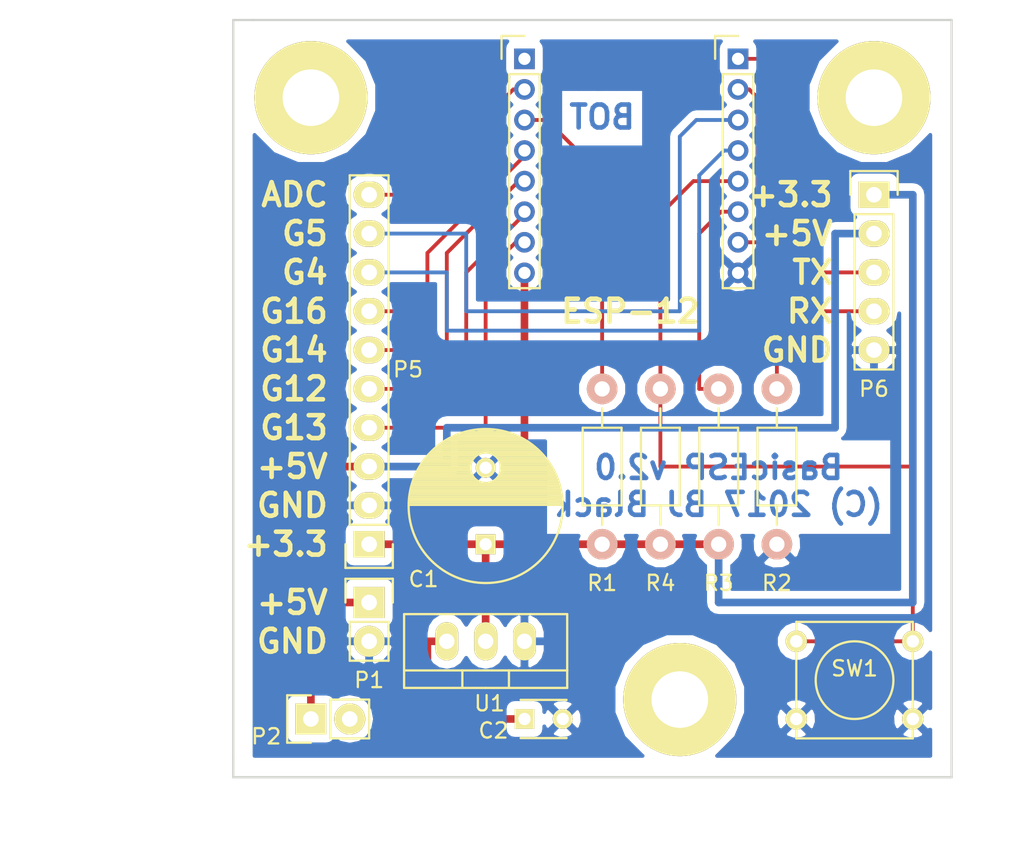
<source format=kicad_pcb>
(kicad_pcb (version 4) (host pcbnew 4.0.4+dfsg1-stable)

  (general
    (links 36)
    (no_connects 3)
    (area 74.854999 54.534999 121.995001 104.215001)
    (thickness 1.6)
    (drawings 30)
    (tracks 84)
    (zones 0)
    (modules 17)
    (nets 19)
  )

  (page A4)
  (layers
    (0 F.Cu signal)
    (31 B.Cu signal)
    (32 B.Adhes user)
    (33 F.Adhes user)
    (34 B.Paste user)
    (35 F.Paste user)
    (36 B.SilkS user)
    (37 F.SilkS user)
    (38 B.Mask user)
    (39 F.Mask user)
    (40 Dwgs.User user)
    (41 Cmts.User user)
    (42 Eco1.User user)
    (43 Eco2.User user)
    (44 Edge.Cuts user)
    (45 Margin user)
    (46 B.CrtYd user)
    (47 F.CrtYd user)
    (48 B.Fab user)
    (49 F.Fab user)
  )

  (setup
    (last_trace_width 0.25)
    (trace_clearance 0.2)
    (zone_clearance 0.508)
    (zone_45_only no)
    (trace_min 0.2)
    (segment_width 0.2)
    (edge_width 0.15)
    (via_size 0.6)
    (via_drill 0.4)
    (via_min_size 0.4)
    (via_min_drill 0.3)
    (uvia_size 0.3)
    (uvia_drill 0.1)
    (uvias_allowed no)
    (uvia_min_size 0.2)
    (uvia_min_drill 0.1)
    (pcb_text_width 0.3)
    (pcb_text_size 1.5 1.5)
    (mod_edge_width 0.15)
    (mod_text_size 1 1)
    (mod_text_width 0.15)
    (pad_size 7.4 7.4)
    (pad_drill 3.7)
    (pad_to_mask_clearance 0.2)
    (aux_axis_origin 0 0)
    (grid_origin 76.2 54.61)
    (visible_elements FFFEFF7F)
    (pcbplotparams
      (layerselection 0x00030_80000001)
      (usegerberextensions false)
      (excludeedgelayer true)
      (linewidth 0.100000)
      (plotframeref false)
      (viasonmask false)
      (mode 1)
      (useauxorigin false)
      (hpglpennumber 1)
      (hpglpenspeed 20)
      (hpglpendiameter 15)
      (hpglpenoverlay 2)
      (psnegative false)
      (psa4output false)
      (plotreference true)
      (plotvalue true)
      (plotinvisibletext false)
      (padsonsilk false)
      (subtractmaskfromsilk false)
      (outputformat 1)
      (mirror false)
      (drillshape 1)
      (scaleselection 1)
      (outputdirectory ""))
  )

  (net 0 "")
  (net 1 +3V3)
  (net 2 GND)
  (net 3 "Net-(C2-Pad1)")
  (net 4 +5V)
  (net 5 "Net-(P3-Pad1)")
  (net 6 "Net-(P3-Pad2)")
  (net 7 "Net-(P3-Pad3)")
  (net 8 "Net-(P3-Pad4)")
  (net 9 "Net-(P3-Pad5)")
  (net 10 "Net-(P3-Pad6)")
  (net 11 "Net-(P3-Pad7)")
  (net 12 "Net-(P4-Pad1)")
  (net 13 "Net-(P4-Pad2)")
  (net 14 /G5)
  (net 15 /G4)
  (net 16 "Net-(P4-Pad5)")
  (net 17 "Net-(P4-Pad6)")
  (net 18 "Net-(P4-Pad7)")

  (net_class Default "This is the default net class."
    (clearance 0.2)
    (trace_width 0.25)
    (via_dia 0.6)
    (via_drill 0.4)
    (uvia_dia 0.3)
    (uvia_drill 0.1)
    (add_net /G4)
    (add_net /G5)
    (add_net "Net-(P3-Pad1)")
    (add_net "Net-(P3-Pad2)")
    (add_net "Net-(P3-Pad3)")
    (add_net "Net-(P3-Pad4)")
    (add_net "Net-(P3-Pad5)")
    (add_net "Net-(P3-Pad6)")
    (add_net "Net-(P3-Pad7)")
    (add_net "Net-(P4-Pad1)")
    (add_net "Net-(P4-Pad2)")
    (add_net "Net-(P4-Pad5)")
    (add_net "Net-(P4-Pad6)")
    (add_net "Net-(P4-Pad7)")
  )

  (net_class PWR ""
    (clearance 0.2)
    (trace_width 0.5)
    (via_dia 0.6)
    (via_drill 0.4)
    (uvia_dia 0.3)
    (uvia_drill 0.1)
    (add_net +3V3)
    (add_net +5V)
    (add_net GND)
    (add_net "Net-(C2-Pad1)")
  )

  (module Capacitors_ThroughHole:C_Radial_D10_L16_P5 (layer F.Cu) (tedit 589156FF) (tstamp 58934014)
    (at 91.44 88.9 90)
    (descr "Radial Electrolytic Capacitor 10mm x Length 16mm, Pitch 5mm")
    (tags "Electrolytic Capacitor")
    (path /58913BCC)
    (fp_text reference C1 (at -2.286 -4.064 180) (layer F.SilkS)
      (effects (font (size 1 1) (thickness 0.15)))
    )
    (fp_text value 10u (at 2.5 6.3 90) (layer F.Fab)
      (effects (font (size 1 1) (thickness 0.15)))
    )
    (fp_line (start 2.575 -4.999) (end 2.575 4.999) (layer F.SilkS) (width 0.15))
    (fp_line (start 2.715 -4.995) (end 2.715 4.995) (layer F.SilkS) (width 0.15))
    (fp_line (start 2.855 -4.987) (end 2.855 4.987) (layer F.SilkS) (width 0.15))
    (fp_line (start 2.995 -4.975) (end 2.995 4.975) (layer F.SilkS) (width 0.15))
    (fp_line (start 3.135 -4.96) (end 3.135 4.96) (layer F.SilkS) (width 0.15))
    (fp_line (start 3.275 -4.94) (end 3.275 4.94) (layer F.SilkS) (width 0.15))
    (fp_line (start 3.415 -4.916) (end 3.415 4.916) (layer F.SilkS) (width 0.15))
    (fp_line (start 3.555 -4.887) (end 3.555 4.887) (layer F.SilkS) (width 0.15))
    (fp_line (start 3.695 -4.855) (end 3.695 4.855) (layer F.SilkS) (width 0.15))
    (fp_line (start 3.835 -4.818) (end 3.835 4.818) (layer F.SilkS) (width 0.15))
    (fp_line (start 3.975 -4.777) (end 3.975 4.777) (layer F.SilkS) (width 0.15))
    (fp_line (start 4.115 -4.732) (end 4.115 -0.466) (layer F.SilkS) (width 0.15))
    (fp_line (start 4.115 0.466) (end 4.115 4.732) (layer F.SilkS) (width 0.15))
    (fp_line (start 4.255 -4.682) (end 4.255 -0.667) (layer F.SilkS) (width 0.15))
    (fp_line (start 4.255 0.667) (end 4.255 4.682) (layer F.SilkS) (width 0.15))
    (fp_line (start 4.395 -4.627) (end 4.395 -0.796) (layer F.SilkS) (width 0.15))
    (fp_line (start 4.395 0.796) (end 4.395 4.627) (layer F.SilkS) (width 0.15))
    (fp_line (start 4.535 -4.567) (end 4.535 -0.885) (layer F.SilkS) (width 0.15))
    (fp_line (start 4.535 0.885) (end 4.535 4.567) (layer F.SilkS) (width 0.15))
    (fp_line (start 4.675 -4.502) (end 4.675 -0.946) (layer F.SilkS) (width 0.15))
    (fp_line (start 4.675 0.946) (end 4.675 4.502) (layer F.SilkS) (width 0.15))
    (fp_line (start 4.815 -4.432) (end 4.815 -0.983) (layer F.SilkS) (width 0.15))
    (fp_line (start 4.815 0.983) (end 4.815 4.432) (layer F.SilkS) (width 0.15))
    (fp_line (start 4.955 -4.356) (end 4.955 -0.999) (layer F.SilkS) (width 0.15))
    (fp_line (start 4.955 0.999) (end 4.955 4.356) (layer F.SilkS) (width 0.15))
    (fp_line (start 5.095 -4.274) (end 5.095 -0.995) (layer F.SilkS) (width 0.15))
    (fp_line (start 5.095 0.995) (end 5.095 4.274) (layer F.SilkS) (width 0.15))
    (fp_line (start 5.235 -4.186) (end 5.235 -0.972) (layer F.SilkS) (width 0.15))
    (fp_line (start 5.235 0.972) (end 5.235 4.186) (layer F.SilkS) (width 0.15))
    (fp_line (start 5.375 -4.091) (end 5.375 -0.927) (layer F.SilkS) (width 0.15))
    (fp_line (start 5.375 0.927) (end 5.375 4.091) (layer F.SilkS) (width 0.15))
    (fp_line (start 5.515 -3.989) (end 5.515 -0.857) (layer F.SilkS) (width 0.15))
    (fp_line (start 5.515 0.857) (end 5.515 3.989) (layer F.SilkS) (width 0.15))
    (fp_line (start 5.655 -3.879) (end 5.655 -0.756) (layer F.SilkS) (width 0.15))
    (fp_line (start 5.655 0.756) (end 5.655 3.879) (layer F.SilkS) (width 0.15))
    (fp_line (start 5.795 -3.761) (end 5.795 -0.607) (layer F.SilkS) (width 0.15))
    (fp_line (start 5.795 0.607) (end 5.795 3.761) (layer F.SilkS) (width 0.15))
    (fp_line (start 5.935 -3.633) (end 5.935 -0.355) (layer F.SilkS) (width 0.15))
    (fp_line (start 5.935 0.355) (end 5.935 3.633) (layer F.SilkS) (width 0.15))
    (fp_line (start 6.075 -3.496) (end 6.075 3.496) (layer F.SilkS) (width 0.15))
    (fp_line (start 6.215 -3.346) (end 6.215 3.346) (layer F.SilkS) (width 0.15))
    (fp_line (start 6.355 -3.184) (end 6.355 3.184) (layer F.SilkS) (width 0.15))
    (fp_line (start 6.495 -3.007) (end 6.495 3.007) (layer F.SilkS) (width 0.15))
    (fp_line (start 6.635 -2.811) (end 6.635 2.811) (layer F.SilkS) (width 0.15))
    (fp_line (start 6.775 -2.593) (end 6.775 2.593) (layer F.SilkS) (width 0.15))
    (fp_line (start 6.915 -2.347) (end 6.915 2.347) (layer F.SilkS) (width 0.15))
    (fp_line (start 7.055 -2.062) (end 7.055 2.062) (layer F.SilkS) (width 0.15))
    (fp_line (start 7.195 -1.72) (end 7.195 1.72) (layer F.SilkS) (width 0.15))
    (fp_line (start 7.335 -1.274) (end 7.335 1.274) (layer F.SilkS) (width 0.15))
    (fp_line (start 7.475 -0.499) (end 7.475 0.499) (layer F.SilkS) (width 0.15))
    (fp_circle (center 5 0) (end 5 -1) (layer F.SilkS) (width 0.15))
    (fp_circle (center 2.5 0) (end 2.5 -5.0375) (layer F.SilkS) (width 0.15))
    (fp_circle (center 2.5 0) (end 2.5 -5.3) (layer F.CrtYd) (width 0.05))
    (pad 1 thru_hole rect (at 0 0 90) (size 1.3 1.3) (drill 0.8) (layers *.Cu *.Mask F.SilkS)
      (net 1 +3V3))
    (pad 2 thru_hole circle (at 5 0 90) (size 1.3 1.3) (drill 0.8) (layers *.Cu *.Mask F.SilkS)
      (net 2 GND))
    (model Capacitors_ThroughHole.3dshapes/C_Radial_D10_L16_P5.wrl
      (at (xyz 0.0984252 0 0))
      (scale (xyz 1 1 1))
      (rotate (xyz 0 0 90))
    )
  )

  (module Capacitors_ThroughHole:C_Disc_D3_P2.5 (layer F.Cu) (tedit 58915356) (tstamp 58934020)
    (at 93.98 100.33)
    (descr "Capacitor 3mm Disc, Pitch 2.5mm")
    (tags Capacitor)
    (path /58913D45)
    (fp_text reference C2 (at -2.032 0.762) (layer F.SilkS)
      (effects (font (size 1 1) (thickness 0.15)))
    )
    (fp_text value 100n (at 1.25 2.5) (layer F.Fab)
      (effects (font (size 1 1) (thickness 0.15)))
    )
    (fp_line (start -0.9 -1.5) (end 3.4 -1.5) (layer F.CrtYd) (width 0.05))
    (fp_line (start 3.4 -1.5) (end 3.4 1.5) (layer F.CrtYd) (width 0.05))
    (fp_line (start 3.4 1.5) (end -0.9 1.5) (layer F.CrtYd) (width 0.05))
    (fp_line (start -0.9 1.5) (end -0.9 -1.5) (layer F.CrtYd) (width 0.05))
    (fp_line (start -0.25 -1.25) (end 2.75 -1.25) (layer F.SilkS) (width 0.15))
    (fp_line (start 2.75 1.25) (end -0.25 1.25) (layer F.SilkS) (width 0.15))
    (pad 1 thru_hole rect (at 0 0) (size 1.3 1.3) (drill 0.8) (layers *.Cu *.Mask F.SilkS)
      (net 3 "Net-(C2-Pad1)"))
    (pad 2 thru_hole circle (at 2.5 0) (size 1.3 1.3) (drill 0.8001) (layers *.Cu *.Mask F.SilkS)
      (net 2 GND))
    (model Capacitors_ThroughHole.3dshapes/C_Disc_D3_P2.5.wrl
      (at (xyz 0.0492126 0 0))
      (scale (xyz 1 1 1))
      (rotate (xyz 0 0 0))
    )
  )

  (module Pin_Headers:Pin_Header_Straight_1x02 (layer F.Cu) (tedit 58915C79) (tstamp 58934031)
    (at 83.82 92.71)
    (descr "Through hole pin header")
    (tags "pin header")
    (path /5852E529)
    (fp_text reference P1 (at 0 5.08) (layer F.SilkS)
      (effects (font (size 1 1) (thickness 0.15)))
    )
    (fp_text value CONN_01X02 (at 0 -3.1) (layer F.Fab)
      (effects (font (size 1 1) (thickness 0.15)))
    )
    (fp_line (start 1.27 1.27) (end 1.27 3.81) (layer F.SilkS) (width 0.15))
    (fp_line (start 1.55 -1.55) (end 1.55 0) (layer F.SilkS) (width 0.15))
    (fp_line (start -1.75 -1.75) (end -1.75 4.3) (layer F.CrtYd) (width 0.05))
    (fp_line (start 1.75 -1.75) (end 1.75 4.3) (layer F.CrtYd) (width 0.05))
    (fp_line (start -1.75 -1.75) (end 1.75 -1.75) (layer F.CrtYd) (width 0.05))
    (fp_line (start -1.75 4.3) (end 1.75 4.3) (layer F.CrtYd) (width 0.05))
    (fp_line (start 1.27 1.27) (end -1.27 1.27) (layer F.SilkS) (width 0.15))
    (fp_line (start -1.55 0) (end -1.55 -1.55) (layer F.SilkS) (width 0.15))
    (fp_line (start -1.55 -1.55) (end 1.55 -1.55) (layer F.SilkS) (width 0.15))
    (fp_line (start -1.27 1.27) (end -1.27 3.81) (layer F.SilkS) (width 0.15))
    (fp_line (start -1.27 3.81) (end 1.27 3.81) (layer F.SilkS) (width 0.15))
    (pad 1 thru_hole rect (at 0 0) (size 2.032 2.032) (drill 1.016) (layers *.Cu *.Mask F.SilkS)
      (net 4 +5V))
    (pad 2 thru_hole oval (at 0 2.54) (size 2.032 2.032) (drill 1.016) (layers *.Cu *.Mask F.SilkS)
      (net 2 GND))
    (model Pin_Headers.3dshapes/Pin_Header_Straight_1x02.wrl
      (at (xyz 0 -0.05 0))
      (scale (xyz 1 1 1))
      (rotate (xyz 0 0 90))
    )
  )

  (module Pin_Headers:Pin_Header_Straight_1x02 (layer F.Cu) (tedit 58915349) (tstamp 58934042)
    (at 80.01 100.33 90)
    (descr "Through hole pin header")
    (tags "pin header")
    (path /589148AB)
    (fp_text reference P2 (at -1.143 -2.921 180) (layer F.SilkS)
      (effects (font (size 1 1) (thickness 0.15)))
    )
    (fp_text value CONN_01X02 (at 0 -3.1 90) (layer F.Fab)
      (effects (font (size 1 1) (thickness 0.15)))
    )
    (fp_line (start 1.27 1.27) (end 1.27 3.81) (layer F.SilkS) (width 0.15))
    (fp_line (start 1.55 -1.55) (end 1.55 0) (layer F.SilkS) (width 0.15))
    (fp_line (start -1.75 -1.75) (end -1.75 4.3) (layer F.CrtYd) (width 0.05))
    (fp_line (start 1.75 -1.75) (end 1.75 4.3) (layer F.CrtYd) (width 0.05))
    (fp_line (start -1.75 -1.75) (end 1.75 -1.75) (layer F.CrtYd) (width 0.05))
    (fp_line (start -1.75 4.3) (end 1.75 4.3) (layer F.CrtYd) (width 0.05))
    (fp_line (start 1.27 1.27) (end -1.27 1.27) (layer F.SilkS) (width 0.15))
    (fp_line (start -1.55 0) (end -1.55 -1.55) (layer F.SilkS) (width 0.15))
    (fp_line (start -1.55 -1.55) (end 1.55 -1.55) (layer F.SilkS) (width 0.15))
    (fp_line (start -1.27 1.27) (end -1.27 3.81) (layer F.SilkS) (width 0.15))
    (fp_line (start -1.27 3.81) (end 1.27 3.81) (layer F.SilkS) (width 0.15))
    (pad 1 thru_hole rect (at 0 0 90) (size 2.032 2.032) (drill 1.016) (layers *.Cu *.Mask F.SilkS)
      (net 4 +5V))
    (pad 2 thru_hole oval (at 0 2.54 90) (size 2.032 2.032) (drill 1.016) (layers *.Cu *.Mask F.SilkS)
      (net 3 "Net-(C2-Pad1)"))
    (model Pin_Headers.3dshapes/Pin_Header_Straight_1x02.wrl
      (at (xyz 0 -0.05 0))
      (scale (xyz 1 1 1))
      (rotate (xyz 0 0 90))
    )
  )

  (module Pin_Headers:Pin_Header_Straight_1x08_Pitch2.00mm (layer F.Cu) (tedit 58914C65) (tstamp 58934058)
    (at 93.98 57.15)
    (descr "Through hole pin header, 1x08, 2.00mm pitch, single row")
    (tags "pin header single row")
    (path /5852E088)
    (fp_text reference P3 (at 0 -5) (layer F.SilkS) hide
      (effects (font (size 1 1) (thickness 0.15)))
    )
    (fp_text value CONN_01X08 (at 0 -3) (layer F.Fab)
      (effects (font (size 1 1) (thickness 0.15)))
    )
    (fp_line (start -1 1) (end 1 1) (layer F.SilkS) (width 0.15))
    (fp_line (start 1 1) (end 1 15) (layer F.SilkS) (width 0.15))
    (fp_line (start 1 15) (end -1 15) (layer F.SilkS) (width 0.15))
    (fp_line (start -1 15) (end -1 1) (layer F.SilkS) (width 0.15))
    (fp_line (start -1.6 -1.6) (end 1.6 -1.6) (layer F.CrtYd) (width 0.05))
    (fp_line (start 1.6 -1.6) (end 1.6 15.6) (layer F.CrtYd) (width 0.05))
    (fp_line (start 1.6 15.6) (end -1.6 15.6) (layer F.CrtYd) (width 0.05))
    (fp_line (start -1.6 15.6) (end -1.6 -1.6) (layer F.CrtYd) (width 0.05))
    (fp_line (start -1.5 0) (end -1.5 -1.5) (layer F.SilkS) (width 0.15))
    (fp_line (start -1.5 -1.5) (end 0 -1.5) (layer F.SilkS) (width 0.15))
    (pad 1 thru_hole rect (at 0 0) (size 1.35 1.35) (drill 0.8) (layers *.Cu *.Mask)
      (net 5 "Net-(P3-Pad1)"))
    (pad 2 thru_hole circle (at 0 2) (size 1.35 1.35) (drill 0.8) (layers *.Cu *.Mask)
      (net 6 "Net-(P3-Pad2)"))
    (pad 3 thru_hole circle (at 0 4) (size 1.35 1.35) (drill 0.8) (layers *.Cu *.Mask)
      (net 7 "Net-(P3-Pad3)"))
    (pad 4 thru_hole circle (at 0 6) (size 1.35 1.35) (drill 0.8) (layers *.Cu *.Mask)
      (net 8 "Net-(P3-Pad4)"))
    (pad 5 thru_hole circle (at 0 8) (size 1.35 1.35) (drill 0.8) (layers *.Cu *.Mask)
      (net 9 "Net-(P3-Pad5)"))
    (pad 6 thru_hole circle (at 0 10) (size 1.35 1.35) (drill 0.8) (layers *.Cu *.Mask)
      (net 10 "Net-(P3-Pad6)"))
    (pad 7 thru_hole circle (at 0 12) (size 1.35 1.35) (drill 0.8) (layers *.Cu *.Mask)
      (net 11 "Net-(P3-Pad7)"))
    (pad 8 thru_hole circle (at 0 14) (size 1.35 1.35) (drill 0.8) (layers *.Cu *.Mask)
      (net 1 +3V3))
    (model Pin_Headers.3dshapes/Pin_Header_Straight_1x08_Pitch2.00mm.wrl
      (at (xyz 0 0 0))
      (scale (xyz 1 1 1))
      (rotate (xyz 0 0 0))
    )
  )

  (module Pin_Headers:Pin_Header_Straight_1x08_Pitch2.00mm (layer F.Cu) (tedit 58914C6B) (tstamp 5893406E)
    (at 107.95 57.15)
    (descr "Through hole pin header, 1x08, 2.00mm pitch, single row")
    (tags "pin header single row")
    (path /5852E1E7)
    (fp_text reference P4 (at 0 -5) (layer F.SilkS) hide
      (effects (font (size 1 1) (thickness 0.15)))
    )
    (fp_text value CONN_01X08 (at 0 -3) (layer F.Fab)
      (effects (font (size 1 1) (thickness 0.15)))
    )
    (fp_line (start -1 1) (end 1 1) (layer F.SilkS) (width 0.15))
    (fp_line (start 1 1) (end 1 15) (layer F.SilkS) (width 0.15))
    (fp_line (start 1 15) (end -1 15) (layer F.SilkS) (width 0.15))
    (fp_line (start -1 15) (end -1 1) (layer F.SilkS) (width 0.15))
    (fp_line (start -1.6 -1.6) (end 1.6 -1.6) (layer F.CrtYd) (width 0.05))
    (fp_line (start 1.6 -1.6) (end 1.6 15.6) (layer F.CrtYd) (width 0.05))
    (fp_line (start 1.6 15.6) (end -1.6 15.6) (layer F.CrtYd) (width 0.05))
    (fp_line (start -1.6 15.6) (end -1.6 -1.6) (layer F.CrtYd) (width 0.05))
    (fp_line (start -1.5 0) (end -1.5 -1.5) (layer F.SilkS) (width 0.15))
    (fp_line (start -1.5 -1.5) (end 0 -1.5) (layer F.SilkS) (width 0.15))
    (pad 1 thru_hole rect (at 0 0) (size 1.35 1.35) (drill 0.8) (layers *.Cu *.Mask)
      (net 12 "Net-(P4-Pad1)"))
    (pad 2 thru_hole circle (at 0 2) (size 1.35 1.35) (drill 0.8) (layers *.Cu *.Mask)
      (net 13 "Net-(P4-Pad2)"))
    (pad 3 thru_hole circle (at 0 4) (size 1.35 1.35) (drill 0.8) (layers *.Cu *.Mask)
      (net 14 /G5))
    (pad 4 thru_hole circle (at 0 6) (size 1.35 1.35) (drill 0.8) (layers *.Cu *.Mask)
      (net 15 /G4))
    (pad 5 thru_hole circle (at 0 8) (size 1.35 1.35) (drill 0.8) (layers *.Cu *.Mask)
      (net 16 "Net-(P4-Pad5)"))
    (pad 6 thru_hole circle (at 0 10) (size 1.35 1.35) (drill 0.8) (layers *.Cu *.Mask)
      (net 17 "Net-(P4-Pad6)"))
    (pad 7 thru_hole circle (at 0 12) (size 1.35 1.35) (drill 0.8) (layers *.Cu *.Mask)
      (net 18 "Net-(P4-Pad7)"))
    (pad 8 thru_hole circle (at 0 14) (size 1.35 1.35) (drill 0.8) (layers *.Cu *.Mask)
      (net 2 GND))
    (model Pin_Headers.3dshapes/Pin_Header_Straight_1x08_Pitch2.00mm.wrl
      (at (xyz 0 0 0))
      (scale (xyz 1 1 1))
      (rotate (xyz 0 0 0))
    )
  )

  (module Pin_Headers:Pin_Header_Straight_1x10 (layer F.Cu) (tedit 58915C70) (tstamp 58934087)
    (at 83.82 88.9 180)
    (descr "Through hole pin header")
    (tags "pin header")
    (path /589134B5)
    (fp_text reference P5 (at -2.54 11.43 360) (layer F.SilkS)
      (effects (font (size 1 1) (thickness 0.15)))
    )
    (fp_text value CONN_01X10 (at 0 -3.1 180) (layer F.Fab)
      (effects (font (size 1 1) (thickness 0.15)))
    )
    (fp_line (start -1.75 -1.75) (end -1.75 24.65) (layer F.CrtYd) (width 0.05))
    (fp_line (start 1.75 -1.75) (end 1.75 24.65) (layer F.CrtYd) (width 0.05))
    (fp_line (start -1.75 -1.75) (end 1.75 -1.75) (layer F.CrtYd) (width 0.05))
    (fp_line (start -1.75 24.65) (end 1.75 24.65) (layer F.CrtYd) (width 0.05))
    (fp_line (start 1.27 1.27) (end 1.27 24.13) (layer F.SilkS) (width 0.15))
    (fp_line (start 1.27 24.13) (end -1.27 24.13) (layer F.SilkS) (width 0.15))
    (fp_line (start -1.27 24.13) (end -1.27 1.27) (layer F.SilkS) (width 0.15))
    (fp_line (start 1.55 -1.55) (end 1.55 0) (layer F.SilkS) (width 0.15))
    (fp_line (start 1.27 1.27) (end -1.27 1.27) (layer F.SilkS) (width 0.15))
    (fp_line (start -1.55 0) (end -1.55 -1.55) (layer F.SilkS) (width 0.15))
    (fp_line (start -1.55 -1.55) (end 1.55 -1.55) (layer F.SilkS) (width 0.15))
    (pad 1 thru_hole rect (at 0 0 180) (size 2.032 1.7272) (drill 1.016) (layers *.Cu *.Mask F.SilkS)
      (net 1 +3V3))
    (pad 2 thru_hole oval (at 0 2.54 180) (size 2.032 1.7272) (drill 1.016) (layers *.Cu *.Mask F.SilkS)
      (net 2 GND))
    (pad 3 thru_hole oval (at 0 5.08 180) (size 2.032 1.7272) (drill 1.016) (layers *.Cu *.Mask F.SilkS)
      (net 4 +5V))
    (pad 4 thru_hole oval (at 0 7.62 180) (size 2.032 1.7272) (drill 1.016) (layers *.Cu *.Mask F.SilkS)
      (net 11 "Net-(P3-Pad7)"))
    (pad 5 thru_hole oval (at 0 10.16 180) (size 2.032 1.7272) (drill 1.016) (layers *.Cu *.Mask F.SilkS)
      (net 10 "Net-(P3-Pad6)"))
    (pad 6 thru_hole oval (at 0 12.7 180) (size 2.032 1.7272) (drill 1.016) (layers *.Cu *.Mask F.SilkS)
      (net 9 "Net-(P3-Pad5)"))
    (pad 7 thru_hole oval (at 0 15.24 180) (size 2.032 1.7272) (drill 1.016) (layers *.Cu *.Mask F.SilkS)
      (net 8 "Net-(P3-Pad4)"))
    (pad 8 thru_hole oval (at 0 17.78 180) (size 2.032 1.7272) (drill 1.016) (layers *.Cu *.Mask F.SilkS)
      (net 15 /G4))
    (pad 9 thru_hole oval (at 0 20.32 180) (size 2.032 1.7272) (drill 1.016) (layers *.Cu *.Mask F.SilkS)
      (net 14 /G5))
    (pad 10 thru_hole oval (at 0 22.86 180) (size 2.032 1.7272) (drill 1.016) (layers *.Cu *.Mask F.SilkS)
      (net 6 "Net-(P3-Pad2)"))
    (model Pin_Headers.3dshapes/Pin_Header_Straight_1x10.wrl
      (at (xyz 0 -0.45 0))
      (scale (xyz 1 1 1))
      (rotate (xyz 0 0 90))
    )
  )

  (module Pin_Headers:Pin_Header_Straight_1x05 (layer F.Cu) (tedit 58915218) (tstamp 5893409B)
    (at 116.84 66.04)
    (descr "Through hole pin header")
    (tags "pin header")
    (path /58912E64)
    (fp_text reference P6 (at 0 12.7) (layer F.SilkS)
      (effects (font (size 1 1) (thickness 0.15)))
    )
    (fp_text value CONN_01X05 (at 0 -3.1) (layer F.Fab)
      (effects (font (size 1 1) (thickness 0.15)))
    )
    (fp_line (start -1.55 0) (end -1.55 -1.55) (layer F.SilkS) (width 0.15))
    (fp_line (start -1.55 -1.55) (end 1.55 -1.55) (layer F.SilkS) (width 0.15))
    (fp_line (start 1.55 -1.55) (end 1.55 0) (layer F.SilkS) (width 0.15))
    (fp_line (start -1.75 -1.75) (end -1.75 11.95) (layer F.CrtYd) (width 0.05))
    (fp_line (start 1.75 -1.75) (end 1.75 11.95) (layer F.CrtYd) (width 0.05))
    (fp_line (start -1.75 -1.75) (end 1.75 -1.75) (layer F.CrtYd) (width 0.05))
    (fp_line (start -1.75 11.95) (end 1.75 11.95) (layer F.CrtYd) (width 0.05))
    (fp_line (start 1.27 1.27) (end 1.27 11.43) (layer F.SilkS) (width 0.15))
    (fp_line (start 1.27 11.43) (end -1.27 11.43) (layer F.SilkS) (width 0.15))
    (fp_line (start -1.27 11.43) (end -1.27 1.27) (layer F.SilkS) (width 0.15))
    (fp_line (start 1.27 1.27) (end -1.27 1.27) (layer F.SilkS) (width 0.15))
    (pad 1 thru_hole rect (at 0 0) (size 2.032 1.7272) (drill 1.016) (layers *.Cu *.Mask F.SilkS)
      (net 1 +3V3))
    (pad 2 thru_hole oval (at 0 2.54) (size 2.032 1.7272) (drill 1.016) (layers *.Cu *.Mask F.SilkS)
      (net 4 +5V))
    (pad 3 thru_hole oval (at 0 5.08) (size 2.032 1.7272) (drill 1.016) (layers *.Cu *.Mask F.SilkS)
      (net 12 "Net-(P4-Pad1)"))
    (pad 4 thru_hole oval (at 0 7.62) (size 2.032 1.7272) (drill 1.016) (layers *.Cu *.Mask F.SilkS)
      (net 13 "Net-(P4-Pad2)"))
    (pad 5 thru_hole oval (at 0 10.16) (size 2.032 1.7272) (drill 1.016) (layers *.Cu *.Mask F.SilkS)
      (net 2 GND))
    (model Pin_Headers.3dshapes/Pin_Header_Straight_1x05.wrl
      (at (xyz 0 -0.2 0))
      (scale (xyz 1 1 1))
      (rotate (xyz 0 0 90))
    )
  )

  (module Resistors_ThroughHole:Resistor_Horizontal_RM10mm (layer F.Cu) (tedit 58914CAC) (tstamp 589340AB)
    (at 99.06 88.9 90)
    (descr "Resistor, Axial,  RM 10mm, 1/3W")
    (tags "Resistor Axial RM 10mm 1/3W")
    (path /5852ECFD)
    (fp_text reference R1 (at -2.54 0 180) (layer F.SilkS)
      (effects (font (size 1 1) (thickness 0.15)))
    )
    (fp_text value 4.7k (at 5.08 3.81 90) (layer F.Fab)
      (effects (font (size 1 1) (thickness 0.15)))
    )
    (fp_line (start -1.25 -1.5) (end 11.4 -1.5) (layer F.CrtYd) (width 0.05))
    (fp_line (start -1.25 1.5) (end -1.25 -1.5) (layer F.CrtYd) (width 0.05))
    (fp_line (start 11.4 -1.5) (end 11.4 1.5) (layer F.CrtYd) (width 0.05))
    (fp_line (start -1.25 1.5) (end 11.4 1.5) (layer F.CrtYd) (width 0.05))
    (fp_line (start 2.54 -1.27) (end 7.62 -1.27) (layer F.SilkS) (width 0.15))
    (fp_line (start 7.62 -1.27) (end 7.62 1.27) (layer F.SilkS) (width 0.15))
    (fp_line (start 7.62 1.27) (end 2.54 1.27) (layer F.SilkS) (width 0.15))
    (fp_line (start 2.54 1.27) (end 2.54 -1.27) (layer F.SilkS) (width 0.15))
    (fp_line (start 2.54 0) (end 1.27 0) (layer F.SilkS) (width 0.15))
    (fp_line (start 7.62 0) (end 8.89 0) (layer F.SilkS) (width 0.15))
    (pad 1 thru_hole circle (at 0 0 90) (size 1.99898 1.99898) (drill 1.00076) (layers *.Cu *.SilkS *.Mask)
      (net 1 +3V3))
    (pad 2 thru_hole circle (at 10.16 0 90) (size 1.99898 1.99898) (drill 1.00076) (layers *.Cu *.SilkS *.Mask)
      (net 7 "Net-(P3-Pad3)"))
    (model Resistors_ThroughHole.3dshapes/Resistor_Horizontal_RM10mm.wrl
      (at (xyz 0.2 0 0))
      (scale (xyz 0.4 0.4 0.4))
      (rotate (xyz 0 0 0))
    )
  )

  (module Resistors_ThroughHole:Resistor_Horizontal_RM10mm (layer F.Cu) (tedit 58914CB5) (tstamp 589340BB)
    (at 110.49 78.74 270)
    (descr "Resistor, Axial,  RM 10mm, 1/3W")
    (tags "Resistor Axial RM 10mm 1/3W")
    (path /5852F0ED)
    (fp_text reference R2 (at 12.7 0 360) (layer F.SilkS)
      (effects (font (size 1 1) (thickness 0.15)))
    )
    (fp_text value 4.7k (at 5.08 3.81 270) (layer F.Fab)
      (effects (font (size 1 1) (thickness 0.15)))
    )
    (fp_line (start -1.25 -1.5) (end 11.4 -1.5) (layer F.CrtYd) (width 0.05))
    (fp_line (start -1.25 1.5) (end -1.25 -1.5) (layer F.CrtYd) (width 0.05))
    (fp_line (start 11.4 -1.5) (end 11.4 1.5) (layer F.CrtYd) (width 0.05))
    (fp_line (start -1.25 1.5) (end 11.4 1.5) (layer F.CrtYd) (width 0.05))
    (fp_line (start 2.54 -1.27) (end 7.62 -1.27) (layer F.SilkS) (width 0.15))
    (fp_line (start 7.62 -1.27) (end 7.62 1.27) (layer F.SilkS) (width 0.15))
    (fp_line (start 7.62 1.27) (end 2.54 1.27) (layer F.SilkS) (width 0.15))
    (fp_line (start 2.54 1.27) (end 2.54 -1.27) (layer F.SilkS) (width 0.15))
    (fp_line (start 2.54 0) (end 1.27 0) (layer F.SilkS) (width 0.15))
    (fp_line (start 7.62 0) (end 8.89 0) (layer F.SilkS) (width 0.15))
    (pad 1 thru_hole circle (at 0 0 270) (size 1.99898 1.99898) (drill 1.00076) (layers *.Cu *.SilkS *.Mask)
      (net 18 "Net-(P4-Pad7)"))
    (pad 2 thru_hole circle (at 10.16 0 270) (size 1.99898 1.99898) (drill 1.00076) (layers *.Cu *.SilkS *.Mask)
      (net 2 GND))
    (model Resistors_ThroughHole.3dshapes/Resistor_Horizontal_RM10mm.wrl
      (at (xyz 0.2 0 0))
      (scale (xyz 0.4 0.4 0.4))
      (rotate (xyz 0 0 0))
    )
  )

  (module Resistors_ThroughHole:Resistor_Horizontal_RM10mm (layer F.Cu) (tedit 58914CBE) (tstamp 589340CB)
    (at 106.68 78.74 270)
    (descr "Resistor, Axial,  RM 10mm, 1/3W")
    (tags "Resistor Axial RM 10mm 1/3W")
    (path /5852F2F3)
    (fp_text reference R3 (at 12.7 0 360) (layer F.SilkS)
      (effects (font (size 1 1) (thickness 0.15)))
    )
    (fp_text value 4.7k (at 5.08 3.81 270) (layer F.Fab)
      (effects (font (size 1 1) (thickness 0.15)))
    )
    (fp_line (start -1.25 -1.5) (end 11.4 -1.5) (layer F.CrtYd) (width 0.05))
    (fp_line (start -1.25 1.5) (end -1.25 -1.5) (layer F.CrtYd) (width 0.05))
    (fp_line (start 11.4 -1.5) (end 11.4 1.5) (layer F.CrtYd) (width 0.05))
    (fp_line (start -1.25 1.5) (end 11.4 1.5) (layer F.CrtYd) (width 0.05))
    (fp_line (start 2.54 -1.27) (end 7.62 -1.27) (layer F.SilkS) (width 0.15))
    (fp_line (start 7.62 -1.27) (end 7.62 1.27) (layer F.SilkS) (width 0.15))
    (fp_line (start 7.62 1.27) (end 2.54 1.27) (layer F.SilkS) (width 0.15))
    (fp_line (start 2.54 1.27) (end 2.54 -1.27) (layer F.SilkS) (width 0.15))
    (fp_line (start 2.54 0) (end 1.27 0) (layer F.SilkS) (width 0.15))
    (fp_line (start 7.62 0) (end 8.89 0) (layer F.SilkS) (width 0.15))
    (pad 1 thru_hole circle (at 0 0 270) (size 1.99898 1.99898) (drill 1.00076) (layers *.Cu *.SilkS *.Mask)
      (net 17 "Net-(P4-Pad6)"))
    (pad 2 thru_hole circle (at 10.16 0 270) (size 1.99898 1.99898) (drill 1.00076) (layers *.Cu *.SilkS *.Mask)
      (net 1 +3V3))
    (model Resistors_ThroughHole.3dshapes/Resistor_Horizontal_RM10mm.wrl
      (at (xyz 0.2 0 0))
      (scale (xyz 0.4 0.4 0.4))
      (rotate (xyz 0 0 0))
    )
  )

  (module Resistors_ThroughHole:Resistor_Horizontal_RM10mm (layer F.Cu) (tedit 58914CC4) (tstamp 589340DB)
    (at 102.87 78.74 270)
    (descr "Resistor, Axial,  RM 10mm, 1/3W")
    (tags "Resistor Axial RM 10mm 1/3W")
    (path /5852F345)
    (fp_text reference R4 (at 12.7 0 360) (layer F.SilkS)
      (effects (font (size 1 1) (thickness 0.15)))
    )
    (fp_text value 4.7k (at 5.08 3.81 270) (layer F.Fab)
      (effects (font (size 1 1) (thickness 0.15)))
    )
    (fp_line (start -1.25 -1.5) (end 11.4 -1.5) (layer F.CrtYd) (width 0.05))
    (fp_line (start -1.25 1.5) (end -1.25 -1.5) (layer F.CrtYd) (width 0.05))
    (fp_line (start 11.4 -1.5) (end 11.4 1.5) (layer F.CrtYd) (width 0.05))
    (fp_line (start -1.25 1.5) (end 11.4 1.5) (layer F.CrtYd) (width 0.05))
    (fp_line (start 2.54 -1.27) (end 7.62 -1.27) (layer F.SilkS) (width 0.15))
    (fp_line (start 7.62 -1.27) (end 7.62 1.27) (layer F.SilkS) (width 0.15))
    (fp_line (start 7.62 1.27) (end 2.54 1.27) (layer F.SilkS) (width 0.15))
    (fp_line (start 2.54 1.27) (end 2.54 -1.27) (layer F.SilkS) (width 0.15))
    (fp_line (start 2.54 0) (end 1.27 0) (layer F.SilkS) (width 0.15))
    (fp_line (start 7.62 0) (end 8.89 0) (layer F.SilkS) (width 0.15))
    (pad 1 thru_hole circle (at 0 0 270) (size 1.99898 1.99898) (drill 1.00076) (layers *.Cu *.SilkS *.Mask)
      (net 16 "Net-(P4-Pad5)"))
    (pad 2 thru_hole circle (at 10.16 0 270) (size 1.99898 1.99898) (drill 1.00076) (layers *.Cu *.SilkS *.Mask)
      (net 1 +3V3))
    (model Resistors_ThroughHole.3dshapes/Resistor_Horizontal_RM10mm.wrl
      (at (xyz 0.2 0 0))
      (scale (xyz 0.4 0.4 0.4))
      (rotate (xyz 0 0 0))
    )
  )

  (module Buttons_Switches_ThroughHole:SW_PUSH_SMALL (layer F.Cu) (tedit 0) (tstamp 589340E8)
    (at 115.57 97.79)
    (path /5852EF75)
    (fp_text reference SW1 (at 0 -0.762) (layer F.SilkS)
      (effects (font (size 1 1) (thickness 0.15)))
    )
    (fp_text value SW_PUSH_SMALL_H (at 0 1.016) (layer F.Fab)
      (effects (font (size 1 1) (thickness 0.15)))
    )
    (fp_circle (center 0 0) (end 0 -2.54) (layer F.SilkS) (width 0.15))
    (fp_line (start -3.81 -3.81) (end 3.81 -3.81) (layer F.SilkS) (width 0.15))
    (fp_line (start 3.81 -3.81) (end 3.81 3.81) (layer F.SilkS) (width 0.15))
    (fp_line (start 3.81 3.81) (end -3.81 3.81) (layer F.SilkS) (width 0.15))
    (fp_line (start -3.81 -3.81) (end -3.81 3.81) (layer F.SilkS) (width 0.15))
    (pad 1 thru_hole circle (at 3.81 -2.54) (size 1.397 1.397) (drill 0.8128) (layers *.Cu *.Mask F.SilkS)
      (net 16 "Net-(P4-Pad5)"))
    (pad 2 thru_hole circle (at 3.81 2.54) (size 1.397 1.397) (drill 0.8128) (layers *.Cu *.Mask F.SilkS)
      (net 2 GND))
    (pad 1 thru_hole circle (at -3.81 -2.54) (size 1.397 1.397) (drill 0.8128) (layers *.Cu *.Mask F.SilkS)
      (net 16 "Net-(P4-Pad5)"))
    (pad 2 thru_hole circle (at -3.81 2.54) (size 1.397 1.397) (drill 0.8128) (layers *.Cu *.Mask F.SilkS)
      (net 2 GND))
  )

  (module TO_SOT_Packages_THT:TO-220_Neutral123_Vertical (layer F.Cu) (tedit 5891546A) (tstamp 589340F9)
    (at 91.44 95.25 180)
    (descr "TO-220, Neutral, Vertical,")
    (tags "TO-220, Neutral, Vertical,")
    (path /5852E498)
    (fp_text reference U1 (at -0.254 -4.064 180) (layer F.SilkS)
      (effects (font (size 1 1) (thickness 0.15)))
    )
    (fp_text value LM1117-3.3 (at 0 3.81 180) (layer F.Fab)
      (effects (font (size 1 1) (thickness 0.15)))
    )
    (fp_line (start -1.524 -3.048) (end -1.524 -1.905) (layer F.SilkS) (width 0.15))
    (fp_line (start 1.524 -3.048) (end 1.524 -1.905) (layer F.SilkS) (width 0.15))
    (fp_line (start 5.334 -1.905) (end 5.334 1.778) (layer F.SilkS) (width 0.15))
    (fp_line (start 5.334 1.778) (end -5.334 1.778) (layer F.SilkS) (width 0.15))
    (fp_line (start -5.334 1.778) (end -5.334 -1.905) (layer F.SilkS) (width 0.15))
    (fp_line (start 5.334 -3.048) (end 5.334 -1.905) (layer F.SilkS) (width 0.15))
    (fp_line (start 5.334 -1.905) (end -5.334 -1.905) (layer F.SilkS) (width 0.15))
    (fp_line (start -5.334 -1.905) (end -5.334 -3.048) (layer F.SilkS) (width 0.15))
    (fp_line (start 0 -3.048) (end -5.334 -3.048) (layer F.SilkS) (width 0.15))
    (fp_line (start 0 -3.048) (end 5.334 -3.048) (layer F.SilkS) (width 0.15))
    (pad 2 thru_hole oval (at 0 0 270) (size 2.49936 1.50114) (drill 1.00076) (layers *.Cu *.Mask F.SilkS)
      (net 1 +3V3))
    (pad 1 thru_hole oval (at -2.54 0 270) (size 2.49936 1.50114) (drill 1.00076) (layers *.Cu *.Mask F.SilkS)
      (net 2 GND))
    (pad 3 thru_hole oval (at 2.54 0 270) (size 2.49936 1.50114) (drill 1.00076) (layers *.Cu *.Mask F.SilkS)
      (net 3 "Net-(C2-Pad1)"))
    (model TO_SOT_Packages_THT.3dshapes/TO-220_Neutral123_Vertical.wrl
      (at (xyz 0 0 0))
      (scale (xyz 0.3937 0.3937 0.3937))
      (rotate (xyz 0 0 0))
    )
  )

  (module Mounting_Holes:MountingHole_3.7mm_Pad (layer F.Cu) (tedit 58914C5A) (tstamp 58973D5E)
    (at 80.01 59.69)
    (descr "Mounting Hole 3.7mm")
    (tags "mounting hole 3.7mm")
    (fp_text reference REF** (at 0 -4.7) (layer F.SilkS) hide
      (effects (font (size 1 1) (thickness 0.15)))
    )
    (fp_text value MountingHole_3.7mm_Pad (at 0 4.7) (layer F.Fab)
      (effects (font (size 1 1) (thickness 0.15)))
    )
    (fp_circle (center 0 0) (end 3.7 0) (layer Cmts.User) (width 0.15))
    (fp_circle (center 0 0) (end 3.95 0) (layer F.CrtYd) (width 0.05))
    (pad 1 thru_hole circle (at 0 0) (size 7.4 7.4) (drill 3.7) (layers *.Cu *.Mask F.SilkS))
  )

  (module Mounting_Holes:MountingHole_3.7mm_Pad (layer F.Cu) (tedit 58914C8F) (tstamp 58973E01)
    (at 116.84 59.69)
    (descr "Mounting Hole 3.7mm")
    (tags "mounting hole 3.7mm")
    (fp_text reference REF** (at 0 -4.7) (layer F.SilkS) hide
      (effects (font (size 1 1) (thickness 0.15)))
    )
    (fp_text value MountingHole_3.7mm_Pad (at 0 4.7) (layer F.Fab)
      (effects (font (size 1 1) (thickness 0.15)))
    )
    (fp_circle (center 0 0) (end 3.7 0) (layer Cmts.User) (width 0.15))
    (fp_circle (center 0 0) (end 3.95 0) (layer F.CrtYd) (width 0.05))
    (pad 1 thru_hole circle (at 0 0) (size 7.4 7.4) (drill 3.7) (layers *.Cu *.Mask F.SilkS))
  )

  (module Mounting_Holes:MountingHole_3.7mm_Pad (layer F.Cu) (tedit 58914C95) (tstamp 58973E43)
    (at 104.14 99.06)
    (descr "Mounting Hole 3.7mm")
    (tags "mounting hole 3.7mm")
    (fp_text reference REF** (at 0 -4.7) (layer F.SilkS) hide
      (effects (font (size 1 1) (thickness 0.15)))
    )
    (fp_text value MountingHole_3.7mm_Pad (at 0 4.7) (layer F.Fab)
      (effects (font (size 1 1) (thickness 0.15)))
    )
    (fp_circle (center 0 0) (end 3.7 0) (layer Cmts.User) (width 0.15))
    (fp_circle (center 0 0) (end 3.95 0) (layer F.CrtYd) (width 0.05))
    (pad 1 thru_hole circle (at 0 0) (size 7.4 7.4) (drill 3.7) (layers *.Cu *.Mask F.SilkS))
  )

  (dimension 46.99 (width 0.3) (layer Dwgs.User)
    (gr_text "46.990 mm" (at 98.425 110.57) (layer Dwgs.User)
      (effects (font (size 1.5 1.5) (thickness 0.3)))
    )
    (feature1 (pts (xy 121.92 106.68) (xy 121.92 111.92)))
    (feature2 (pts (xy 74.93 106.68) (xy 74.93 111.92)))
    (crossbar (pts (xy 74.93 109.22) (xy 121.92 109.22)))
    (arrow1a (pts (xy 121.92 109.22) (xy 120.793496 109.806421)))
    (arrow1b (pts (xy 121.92 109.22) (xy 120.793496 108.633579)))
    (arrow2a (pts (xy 74.93 109.22) (xy 76.056504 109.806421)))
    (arrow2b (pts (xy 74.93 109.22) (xy 76.056504 108.633579)))
  )
  (dimension 49.53 (width 0.3) (layer Dwgs.User)
    (gr_text "49.530 mm" (at 65.96 79.375 270) (layer Dwgs.User)
      (effects (font (size 1.5 1.5) (thickness 0.3)))
    )
    (feature1 (pts (xy 71.12 104.14) (xy 64.61 104.14)))
    (feature2 (pts (xy 71.12 54.61) (xy 64.61 54.61)))
    (crossbar (pts (xy 67.31 54.61) (xy 67.31 104.14)))
    (arrow1a (pts (xy 67.31 104.14) (xy 66.723579 103.013496)))
    (arrow1b (pts (xy 67.31 104.14) (xy 67.896421 103.013496)))
    (arrow2a (pts (xy 67.31 54.61) (xy 66.723579 55.736504)))
    (arrow2b (pts (xy 67.31 54.61) (xy 67.896421 55.736504)))
  )
  (gr_text "BasicESP v2.0\n(C) 2017 BJ Black" (at 106.68 85.09) (layer B.Cu)
    (effects (font (size 1.5 1.5) (thickness 0.3)) (justify mirror))
  )
  (gr_text GND (at 81.28 95.25) (layer F.SilkS)
    (effects (font (size 1.5 1.5) (thickness 0.3)) (justify right))
  )
  (gr_text +5V (at 81.28 92.71) (layer F.SilkS)
    (effects (font (size 1.5 1.5) (thickness 0.3)) (justify right))
  )
  (gr_line (start 121.92 104.14) (end 121.92 102.87) (angle 90) (layer Edge.Cuts) (width 0.15))
  (gr_line (start 74.93 104.14) (end 121.92 104.14) (angle 90) (layer Edge.Cuts) (width 0.15))
  (gr_line (start 74.93 102.87) (end 74.93 104.14) (angle 90) (layer Edge.Cuts) (width 0.15))
  (gr_line (start 74.93 54.61) (end 74.93 102.87) (angle 90) (layer Edge.Cuts) (width 0.15))
  (gr_line (start 76.2 54.61) (end 74.93 54.61) (angle 90) (layer Edge.Cuts) (width 0.15))
  (gr_line (start 121.92 54.61) (end 121.92 102.87) (angle 90) (layer Edge.Cuts) (width 0.15))
  (gr_line (start 76.2 54.61) (end 121.92 54.61) (angle 90) (layer Edge.Cuts) (width 0.15))
  (gr_text GND (at 114.3 76.2) (layer F.SilkS)
    (effects (font (size 1.5 1.5) (thickness 0.3)) (justify right))
  )
  (gr_text RX (at 114.3 73.66) (layer F.SilkS)
    (effects (font (size 1.5 1.5) (thickness 0.3)) (justify right))
  )
  (gr_text TX (at 114.3 71.12) (layer F.SilkS)
    (effects (font (size 1.5 1.5) (thickness 0.3)) (justify right))
  )
  (gr_text +5V (at 114.3 68.58) (layer F.SilkS)
    (effects (font (size 1.5 1.5) (thickness 0.3)) (justify right))
  )
  (gr_text +3.3 (at 114.3 66.04) (layer F.SilkS)
    (effects (font (size 1.5 1.5) (thickness 0.3)) (justify right))
  )
  (gr_text +3.3 (at 81.28 88.9) (layer F.SilkS)
    (effects (font (size 1.5 1.5) (thickness 0.3)) (justify right))
  )
  (gr_text GND (at 81.28 86.36) (layer F.SilkS)
    (effects (font (size 1.5 1.5) (thickness 0.3)) (justify right))
  )
  (gr_text +5V (at 81.28 83.82) (layer F.SilkS)
    (effects (font (size 1.5 1.5) (thickness 0.3)) (justify right))
  )
  (gr_text G13 (at 81.28 81.28) (layer F.SilkS)
    (effects (font (size 1.5 1.5) (thickness 0.3)) (justify right))
  )
  (gr_text G12 (at 81.28 78.74) (layer F.SilkS)
    (effects (font (size 1.5 1.5) (thickness 0.3)) (justify right))
  )
  (gr_text G14 (at 81.28 76.2) (layer F.SilkS)
    (effects (font (size 1.5 1.5) (thickness 0.3)) (justify right))
  )
  (gr_text G16 (at 81.28 73.66) (layer F.SilkS)
    (effects (font (size 1.5 1.5) (thickness 0.3)) (justify right))
  )
  (gr_text G4 (at 81.28 71.12) (layer F.SilkS)
    (effects (font (size 1.5 1.5) (thickness 0.3)) (justify right))
  )
  (gr_text G5 (at 81.28 68.58) (layer F.SilkS)
    (effects (font (size 1.5 1.5) (thickness 0.3)) (justify right))
  )
  (gr_text ADC (at 81.28 66.04) (layer F.SilkS)
    (effects (font (size 1.5 1.5) (thickness 0.3)) (justify right))
  )
  (gr_text BOT (at 99.06 60.96) (layer B.Cu)
    (effects (font (size 1.5 1.5) (thickness 0.3)) (justify mirror))
  )
  (gr_text TOP (at 99.06 58.42) (layer F.Cu)
    (effects (font (size 1.5 1.5) (thickness 0.3)))
  )
  (gr_text " ESP-12" (at 100.33 73.66) (layer F.SilkS)
    (effects (font (size 1.5 1.5) (thickness 0.3)))
  )

  (segment (start 116.84 66.04) (end 119.38 66.04) (width 0.5) (layer B.Cu) (net 1))
  (segment (start 106.68 92.71) (end 119.38 92.71) (width 0.5) (layer B.Cu) (net 1) (tstamp 589744CF))
  (segment (start 119.38 92.71) (end 119.38 66.04) (width 0.5) (layer B.Cu) (net 1) (tstamp 589744D0))
  (segment (start 106.68 92.71) (end 106.68 88.9) (width 0.5) (layer B.Cu) (net 1))
  (segment (start 93.98 71.15) (end 93.98 88.9) (width 0.5) (layer F.Cu) (net 1))
  (segment (start 91.44 88.9) (end 91.44 93.98) (width 0.5) (layer F.Cu) (net 1))
  (segment (start 102.87 88.9) (end 106.68 88.9) (width 0.5) (layer F.Cu) (net 1))
  (segment (start 99.06 88.9) (end 102.87 88.9) (width 0.5) (layer F.Cu) (net 1))
  (segment (start 91.44 88.9) (end 93.98 88.9) (width 0.5) (layer F.Cu) (net 1))
  (segment (start 93.98 88.9) (end 99.06 88.9) (width 0.5) (layer F.Cu) (net 1) (tstamp 5897440F))
  (segment (start 83.82 88.9) (end 91.44 88.9) (width 0.5) (layer F.Cu) (net 1))
  (segment (start 88.9 95.25) (end 87.63 95.25) (width 0.5) (layer F.Cu) (net 3))
  (segment (start 87.63 95.25) (end 87.63 100.33) (width 0.5) (layer F.Cu) (net 3) (tstamp 58915AA3))
  (segment (start 93.98 100.33) (end 87.63 100.33) (width 0.5) (layer F.Cu) (net 3))
  (segment (start 80.01 92.71) (end 83.82 92.71) (width 0.5) (layer F.Cu) (net 4))
  (segment (start 83.82 83.82) (end 80.01 83.82) (width 0.5) (layer F.Cu) (net 4))
  (segment (start 80.01 83.82) (end 80.01 92.71) (width 0.5) (layer F.Cu) (net 4) (tstamp 58915CAF))
  (segment (start 80.01 92.71) (end 80.01 100.33) (width 0.5) (layer F.Cu) (net 4) (tstamp 58915CB6))
  (segment (start 83.82 83.82) (end 88.9 83.82) (width 0.5) (layer B.Cu) (net 4))
  (segment (start 114.3 68.58) (end 116.84 68.58) (width 0.5) (layer B.Cu) (net 4) (tstamp 589744D8))
  (segment (start 114.3 81.28) (end 114.3 68.58) (width 0.5) (layer B.Cu) (net 4) (tstamp 589744D7))
  (segment (start 88.9 81.28) (end 114.3 81.28) (width 0.5) (layer B.Cu) (net 4) (tstamp 589744D6))
  (segment (start 88.9 83.82) (end 88.9 81.28) (width 0.5) (layer B.Cu) (net 4) (tstamp 589744D5))
  (segment (start 83.82 66.04) (end 86.36 66.04) (width 0.25) (layer F.Cu) (net 6))
  (segment (start 93.25 59.15) (end 93.98 59.15) (width 0.25) (layer F.Cu) (net 6) (tstamp 58974422))
  (segment (start 86.36 66.04) (end 93.25 59.15) (width 0.25) (layer F.Cu) (net 6) (tstamp 58974421))
  (segment (start 93.98 61.15) (end 95.44 61.15) (width 0.25) (layer F.Cu) (net 7))
  (segment (start 99.06 64.77) (end 99.06 78.74) (width 0.25) (layer F.Cu) (net 7) (tstamp 5897447F))
  (segment (start 95.44 61.15) (end 99.06 64.77) (width 0.25) (layer F.Cu) (net 7) (tstamp 5897447D))
  (segment (start 83.82 73.66) (end 87.63 73.66) (width 0.25) (layer F.Cu) (net 8))
  (segment (start 87.63 69.85) (end 87.63 73.66) (width 0.25) (layer F.Cu) (net 8) (tstamp 58974477))
  (segment (start 87.63 69.85) (end 93.98 63.5) (width 0.25) (layer F.Cu) (net 8) (tstamp 58974476))
  (segment (start 93.98 63.15) (end 93.98 63.5) (width 0.25) (layer F.Cu) (net 8))
  (segment (start 93.98 65.15) (end 93.6 65.15) (width 0.25) (layer F.Cu) (net 9))
  (segment (start 93.6 65.15) (end 88.9 69.85) (width 0.25) (layer F.Cu) (net 9) (tstamp 58974470))
  (segment (start 88.9 69.85) (end 88.9 76.2) (width 0.25) (layer F.Cu) (net 9) (tstamp 58974471))
  (segment (start 88.9 76.2) (end 83.82 76.2) (width 0.25) (layer F.Cu) (net 9) (tstamp 58974473))
  (segment (start 93.98 67.15) (end 93.98 67.31) (width 0.25) (layer F.Cu) (net 10))
  (segment (start 93.98 67.31) (end 90.17 71.12) (width 0.25) (layer F.Cu) (net 10) (tstamp 5897446A))
  (segment (start 90.17 71.12) (end 90.17 78.74) (width 0.25) (layer F.Cu) (net 10) (tstamp 5897446B))
  (segment (start 90.17 78.74) (end 83.82 78.74) (width 0.25) (layer F.Cu) (net 10) (tstamp 5897446D))
  (segment (start 93.98 69.15) (end 93.41 69.15) (width 0.25) (layer F.Cu) (net 11))
  (segment (start 93.41 69.15) (end 91.44 71.12) (width 0.25) (layer F.Cu) (net 11) (tstamp 58974464))
  (segment (start 91.44 71.12) (end 91.44 81.28) (width 0.25) (layer F.Cu) (net 11) (tstamp 58974465))
  (segment (start 91.44 81.28) (end 83.82 81.28) (width 0.25) (layer F.Cu) (net 11) (tstamp 58974467))
  (segment (start 107.95 57.15) (end 109.22 57.15) (width 0.25) (layer F.Cu) (net 12))
  (segment (start 113.03 71.12) (end 116.84 71.12) (width 0.25) (layer F.Cu) (net 12) (tstamp 5897449E))
  (segment (start 113.03 64.77) (end 113.03 71.12) (width 0.25) (layer F.Cu) (net 12) (tstamp 5897449D))
  (segment (start 110.49 64.77) (end 113.03 64.77) (width 0.25) (layer F.Cu) (net 12) (tstamp 5897449C))
  (segment (start 110.49 58.42) (end 110.49 64.77) (width 0.25) (layer F.Cu) (net 12) (tstamp 5897449A))
  (segment (start 109.22 57.15) (end 110.49 58.42) (width 0.25) (layer F.Cu) (net 12) (tstamp 58974498))
  (segment (start 107.95 59.15) (end 108.68 59.15) (width 0.25) (layer F.Cu) (net 13))
  (segment (start 111.76 73.66) (end 116.84 73.66) (width 0.25) (layer F.Cu) (net 13) (tstamp 58974495))
  (segment (start 111.76 66.04) (end 111.76 73.66) (width 0.25) (layer F.Cu) (net 13) (tstamp 58974494))
  (segment (start 109.22 66.04) (end 111.76 66.04) (width 0.25) (layer F.Cu) (net 13) (tstamp 58974493))
  (segment (start 109.22 59.69) (end 109.22 66.04) (width 0.25) (layer F.Cu) (net 13) (tstamp 58974492))
  (segment (start 108.68 59.15) (end 109.22 59.69) (width 0.25) (layer F.Cu) (net 13) (tstamp 58974491))
  (segment (start 83.82 68.58) (end 90.17 68.58) (width 0.25) (layer B.Cu) (net 14))
  (segment (start 105.22 61.15) (end 107.95 61.15) (width 0.25) (layer B.Cu) (net 14) (tstamp 589744C5))
  (segment (start 104.14 62.23) (end 105.22 61.15) (width 0.25) (layer B.Cu) (net 14) (tstamp 589744C4))
  (segment (start 104.14 73.66) (end 104.14 62.23) (width 0.25) (layer B.Cu) (net 14) (tstamp 589744C3))
  (segment (start 90.17 73.66) (end 104.14 73.66) (width 0.25) (layer B.Cu) (net 14) (tstamp 589744C2))
  (segment (start 90.17 68.58) (end 90.17 73.66) (width 0.25) (layer B.Cu) (net 14) (tstamp 589744C1))
  (segment (start 83.82 71.12) (end 88.9 71.12) (width 0.25) (layer B.Cu) (net 15))
  (segment (start 107.03 63.15) (end 107.95 63.15) (width 0.25) (layer B.Cu) (net 15) (tstamp 589744CC))
  (segment (start 105.41 64.77) (end 107.03 63.15) (width 0.25) (layer B.Cu) (net 15) (tstamp 589744CB))
  (segment (start 105.41 74.93) (end 105.41 64.77) (width 0.25) (layer B.Cu) (net 15) (tstamp 589744CA))
  (segment (start 88.9 74.93) (end 105.41 74.93) (width 0.25) (layer B.Cu) (net 15) (tstamp 589744C9))
  (segment (start 88.9 71.12) (end 88.9 74.93) (width 0.25) (layer B.Cu) (net 15) (tstamp 589744C8))
  (segment (start 102.87 78.74) (end 102.87 67.31) (width 0.25) (layer F.Cu) (net 16))
  (segment (start 105.03 65.15) (end 107.95 65.15) (width 0.25) (layer F.Cu) (net 16) (tstamp 58974484))
  (segment (start 102.87 67.31) (end 105.03 65.15) (width 0.25) (layer F.Cu) (net 16) (tstamp 58974483))
  (segment (start 111.76 95.25) (end 119.38 95.25) (width 0.25) (layer F.Cu) (net 16))
  (segment (start 102.87 78.74) (end 102.87 83.82) (width 0.25) (layer F.Cu) (net 16))
  (segment (start 119.38 83.82) (end 119.38 95.25) (width 0.25) (layer F.Cu) (net 16) (tstamp 58974426))
  (segment (start 102.87 83.82) (end 119.38 83.82) (width 0.25) (layer F.Cu) (net 16) (tstamp 58974425))
  (segment (start 106.68 78.74) (end 105.41 78.74) (width 0.25) (layer F.Cu) (net 17))
  (segment (start 106.84 67.15) (end 107.95 67.15) (width 0.25) (layer F.Cu) (net 17) (tstamp 5897448A))
  (segment (start 105.41 68.58) (end 106.84 67.15) (width 0.25) (layer F.Cu) (net 17) (tstamp 58974489))
  (segment (start 105.41 78.74) (end 105.41 68.58) (width 0.25) (layer F.Cu) (net 17) (tstamp 58974488))
  (segment (start 110.49 78.74) (end 110.49 69.85) (width 0.25) (layer F.Cu) (net 18))
  (segment (start 109.79 69.15) (end 107.95 69.15) (width 0.25) (layer F.Cu) (net 18) (tstamp 5897448E))
  (segment (start 110.49 69.85) (end 109.79 69.15) (width 0.25) (layer F.Cu) (net 18) (tstamp 5897448D))
  (segment (start 108.52 69.15) (end 107.95 69.15) (width 0.25) (layer F.Cu) (net 18) (tstamp 5897409E))

  (zone (net 2) (net_name GND) (layer B.Cu) (tstamp 58915B7C) (hatch edge 0.508)
    (connect_pads (clearance 0.508))
    (min_thickness 0.254)
    (fill yes (arc_segments 16) (thermal_gap 0.508) (thermal_bridge_width 0.508))
    (polygon
      (pts
        (xy 120.65 102.87) (xy 76.2 102.87) (xy 76.2 55.88) (xy 120.65 55.88)
      )
    )
    (filled_polygon
      (pts
        (xy 92.853559 56.01091) (xy 92.708569 56.22311) (xy 92.65756 56.475) (xy 92.65756 57.825) (xy 92.701838 58.060317)
        (xy 92.84091 58.276441) (xy 92.935858 58.341316) (xy 92.870084 58.406976) (xy 92.670228 58.888282) (xy 92.669774 59.409432)
        (xy 92.868789 59.891086) (xy 93.12738 60.150129) (xy 92.870084 60.406976) (xy 92.670228 60.888282) (xy 92.669774 61.409432)
        (xy 92.868789 61.891086) (xy 93.12738 62.150129) (xy 92.870084 62.406976) (xy 92.670228 62.888282) (xy 92.669774 63.409432)
        (xy 92.868789 63.891086) (xy 93.12738 64.150129) (xy 92.870084 64.406976) (xy 92.670228 64.888282) (xy 92.669774 65.409432)
        (xy 92.868789 65.891086) (xy 93.12738 66.150129) (xy 92.870084 66.406976) (xy 92.670228 66.888282) (xy 92.669774 67.409432)
        (xy 92.868789 67.891086) (xy 93.12738 68.150129) (xy 92.870084 68.406976) (xy 92.670228 68.888282) (xy 92.669774 69.409432)
        (xy 92.868789 69.891086) (xy 93.12738 70.150129) (xy 92.870084 70.406976) (xy 92.670228 70.888282) (xy 92.669774 71.409432)
        (xy 92.868789 71.891086) (xy 93.236976 72.259916) (xy 93.718282 72.459772) (xy 94.239432 72.460226) (xy 94.721086 72.261211)
        (xy 95.089916 71.893024) (xy 95.289772 71.411718) (xy 95.290226 70.890568) (xy 95.091211 70.408914) (xy 94.83262 70.149871)
        (xy 95.089916 69.893024) (xy 95.289772 69.411718) (xy 95.290226 68.890568) (xy 95.091211 68.408914) (xy 94.83262 68.149871)
        (xy 95.089916 67.893024) (xy 95.289772 67.411718) (xy 95.290226 66.890568) (xy 95.091211 66.408914) (xy 94.83262 66.149871)
        (xy 95.089916 65.893024) (xy 95.289772 65.411718) (xy 95.290226 64.890568) (xy 95.091211 64.408914) (xy 94.83262 64.149871)
        (xy 95.089916 63.893024) (xy 95.289772 63.411718) (xy 95.290226 62.890568) (xy 95.091211 62.408914) (xy 94.83262 62.149871)
        (xy 95.089916 61.893024) (xy 95.289772 61.411718) (xy 95.290226 60.890568) (xy 95.091211 60.408914) (xy 94.83262 60.149871)
        (xy 95.089916 59.893024) (xy 95.289772 59.411718) (xy 95.290021 59.125) (xy 96.317857 59.125) (xy 96.317857 62.945)
        (xy 101.802143 62.945) (xy 101.802143 59.125) (xy 96.317857 59.125) (xy 95.290021 59.125) (xy 95.290226 58.890568)
        (xy 95.091211 58.408914) (xy 95.024337 58.341923) (xy 95.106441 58.28909) (xy 95.251431 58.07689) (xy 95.30244 57.825)
        (xy 95.30244 56.475) (xy 95.258162 56.239683) (xy 95.11909 56.023559) (xy 95.094855 56.007) (xy 106.829635 56.007)
        (xy 106.823559 56.01091) (xy 106.678569 56.22311) (xy 106.62756 56.475) (xy 106.62756 57.825) (xy 106.671838 58.060317)
        (xy 106.81091 58.276441) (xy 106.905858 58.341316) (xy 106.840084 58.406976) (xy 106.640228 58.888282) (xy 106.639774 59.409432)
        (xy 106.838789 59.891086) (xy 107.09738 60.150129) (xy 106.85709 60.39) (xy 105.22 60.39) (xy 104.929161 60.447852)
        (xy 104.682599 60.612599) (xy 103.602599 61.692599) (xy 103.437852 61.939161) (xy 103.38 62.23) (xy 103.38 72.9)
        (xy 90.93 72.9) (xy 90.93 68.58) (xy 90.872148 68.289161) (xy 90.707401 68.042599) (xy 90.460839 67.877852)
        (xy 90.17 67.82) (xy 85.264648 67.82) (xy 85.064415 67.52033) (xy 84.749634 67.31) (xy 85.064415 67.09967)
        (xy 85.389271 66.613489) (xy 85.503345 66.04) (xy 85.389271 65.466511) (xy 85.064415 64.98033) (xy 84.578234 64.655474)
        (xy 84.004745 64.5414) (xy 83.635255 64.5414) (xy 83.061766 64.655474) (xy 82.575585 64.98033) (xy 82.250729 65.466511)
        (xy 82.136655 66.04) (xy 82.250729 66.613489) (xy 82.575585 67.09967) (xy 82.890366 67.31) (xy 82.575585 67.52033)
        (xy 82.250729 68.006511) (xy 82.136655 68.58) (xy 82.250729 69.153489) (xy 82.575585 69.63967) (xy 82.890366 69.85)
        (xy 82.575585 70.06033) (xy 82.250729 70.546511) (xy 82.136655 71.12) (xy 82.250729 71.693489) (xy 82.575585 72.17967)
        (xy 82.890366 72.39) (xy 82.575585 72.60033) (xy 82.250729 73.086511) (xy 82.136655 73.66) (xy 82.250729 74.233489)
        (xy 82.575585 74.71967) (xy 82.890366 74.93) (xy 82.575585 75.14033) (xy 82.250729 75.626511) (xy 82.136655 76.2)
        (xy 82.250729 76.773489) (xy 82.575585 77.25967) (xy 82.890366 77.47) (xy 82.575585 77.68033) (xy 82.250729 78.166511)
        (xy 82.136655 78.74) (xy 82.250729 79.313489) (xy 82.575585 79.79967) (xy 82.890366 80.01) (xy 82.575585 80.22033)
        (xy 82.250729 80.706511) (xy 82.136655 81.28) (xy 82.250729 81.853489) (xy 82.575585 82.33967) (xy 82.890366 82.55)
        (xy 82.575585 82.76033) (xy 82.250729 83.246511) (xy 82.136655 83.82) (xy 82.250729 84.393489) (xy 82.575585 84.87967)
        (xy 82.885069 85.086461) (xy 82.469268 85.457964) (xy 82.215291 85.985209) (xy 82.212642 86.000974) (xy 82.333783 86.233)
        (xy 83.693 86.233) (xy 83.693 86.213) (xy 83.947 86.213) (xy 83.947 86.233) (xy 85.306217 86.233)
        (xy 85.427358 86.000974) (xy 85.424709 85.985209) (xy 85.170732 85.457964) (xy 84.754931 85.086461) (xy 85.064415 84.87967)
        (xy 85.118306 84.799016) (xy 90.72059 84.799016) (xy 90.776271 85.029611) (xy 91.259078 85.197622) (xy 91.769428 85.168083)
        (xy 92.103729 85.029611) (xy 92.15941 84.799016) (xy 91.44 84.079605) (xy 90.72059 84.799016) (xy 85.118306 84.799016)
        (xy 85.181126 84.705) (xy 88.9 84.705) (xy 89.238675 84.637633) (xy 89.52579 84.44579) (xy 89.717633 84.158675)
        (xy 89.785 83.82) (xy 89.785 83.719078) (xy 90.142378 83.719078) (xy 90.171917 84.229428) (xy 90.310389 84.563729)
        (xy 90.540984 84.61941) (xy 91.260395 83.9) (xy 91.619605 83.9) (xy 92.339016 84.61941) (xy 92.569611 84.563729)
        (xy 92.737622 84.080922) (xy 92.708083 83.570572) (xy 92.569611 83.236271) (xy 92.339016 83.18059) (xy 91.619605 83.9)
        (xy 91.260395 83.9) (xy 90.540984 83.18059) (xy 90.310389 83.236271) (xy 90.142378 83.719078) (xy 89.785 83.719078)
        (xy 89.785 83.000984) (xy 90.72059 83.000984) (xy 91.44 83.720395) (xy 92.15941 83.000984) (xy 92.103729 82.770389)
        (xy 91.620922 82.602378) (xy 91.110572 82.631917) (xy 90.776271 82.770389) (xy 90.72059 83.000984) (xy 89.785 83.000984)
        (xy 89.785 82.165) (xy 95.330716 82.165) (xy 95.330716 88.35) (xy 97.51858 88.35) (xy 97.425794 88.573453)
        (xy 97.425226 89.223694) (xy 97.673538 89.824655) (xy 98.132927 90.284846) (xy 98.733453 90.534206) (xy 99.383694 90.534774)
        (xy 99.984655 90.286462) (xy 100.444846 89.827073) (xy 100.694206 89.226547) (xy 100.694774 88.576306) (xy 100.601266 88.35)
        (xy 101.32858 88.35) (xy 101.235794 88.573453) (xy 101.235226 89.223694) (xy 101.483538 89.824655) (xy 101.942927 90.284846)
        (xy 102.543453 90.534206) (xy 103.193694 90.534774) (xy 103.794655 90.286462) (xy 104.254846 89.827073) (xy 104.504206 89.226547)
        (xy 104.504774 88.576306) (xy 104.411266 88.35) (xy 105.13858 88.35) (xy 105.045794 88.573453) (xy 105.045226 89.223694)
        (xy 105.293538 89.824655) (xy 105.752927 90.284846) (xy 105.795 90.302316) (xy 105.795 92.71) (xy 105.862367 93.048675)
        (xy 106.05421 93.33579) (xy 106.341325 93.527633) (xy 106.68 93.595) (xy 119.38 93.595) (xy 119.718675 93.527633)
        (xy 120.00579 93.33579) (xy 120.197633 93.048675) (xy 120.265 92.71) (xy 120.265 66.04) (xy 120.197633 65.701325)
        (xy 120.00579 65.41421) (xy 119.718675 65.222367) (xy 119.38 65.155) (xy 118.499413 65.155) (xy 118.459162 64.941083)
        (xy 118.32009 64.724959) (xy 118.10789 64.579969) (xy 117.856 64.52896) (xy 115.824 64.52896) (xy 115.588683 64.573238)
        (xy 115.372559 64.71231) (xy 115.227569 64.92451) (xy 115.17656 65.1764) (xy 115.17656 66.9036) (xy 115.220838 67.138917)
        (xy 115.35991 67.355041) (xy 115.57211 67.500031) (xy 115.613439 67.5084) (xy 115.595585 67.52033) (xy 115.478874 67.695)
        (xy 114.3 67.695) (xy 113.961325 67.762367) (xy 113.67421 67.95421) (xy 113.482367 68.241325) (xy 113.415 68.58)
        (xy 113.415 80.395) (xy 88.9 80.395) (xy 88.561325 80.462367) (xy 88.27421 80.65421) (xy 88.082367 80.941325)
        (xy 88.015 81.28) (xy 88.015 82.935) (xy 85.181126 82.935) (xy 85.064415 82.76033) (xy 84.749634 82.55)
        (xy 85.064415 82.33967) (xy 85.389271 81.853489) (xy 85.503345 81.28) (xy 85.389271 80.706511) (xy 85.064415 80.22033)
        (xy 84.749634 80.01) (xy 85.064415 79.79967) (xy 85.389271 79.313489) (xy 85.438958 79.063694) (xy 97.425226 79.063694)
        (xy 97.673538 79.664655) (xy 98.132927 80.124846) (xy 98.733453 80.374206) (xy 99.383694 80.374774) (xy 99.984655 80.126462)
        (xy 100.444846 79.667073) (xy 100.694206 79.066547) (xy 100.694208 79.063694) (xy 101.235226 79.063694) (xy 101.483538 79.664655)
        (xy 101.942927 80.124846) (xy 102.543453 80.374206) (xy 103.193694 80.374774) (xy 103.794655 80.126462) (xy 104.254846 79.667073)
        (xy 104.504206 79.066547) (xy 104.504208 79.063694) (xy 105.045226 79.063694) (xy 105.293538 79.664655) (xy 105.752927 80.124846)
        (xy 106.353453 80.374206) (xy 107.003694 80.374774) (xy 107.604655 80.126462) (xy 108.064846 79.667073) (xy 108.314206 79.066547)
        (xy 108.314208 79.063694) (xy 108.855226 79.063694) (xy 109.103538 79.664655) (xy 109.562927 80.124846) (xy 110.163453 80.374206)
        (xy 110.813694 80.374774) (xy 111.414655 80.126462) (xy 111.874846 79.667073) (xy 112.124206 79.066547) (xy 112.124774 78.416306)
        (xy 111.876462 77.815345) (xy 111.417073 77.355154) (xy 110.816547 77.105794) (xy 110.166306 77.105226) (xy 109.565345 77.353538)
        (xy 109.105154 77.812927) (xy 108.855794 78.413453) (xy 108.855226 79.063694) (xy 108.314208 79.063694) (xy 108.314774 78.416306)
        (xy 108.066462 77.815345) (xy 107.607073 77.355154) (xy 107.006547 77.105794) (xy 106.356306 77.105226) (xy 105.755345 77.353538)
        (xy 105.295154 77.812927) (xy 105.045794 78.413453) (xy 105.045226 79.063694) (xy 104.504208 79.063694) (xy 104.504774 78.416306)
        (xy 104.256462 77.815345) (xy 103.797073 77.355154) (xy 103.196547 77.105794) (xy 102.546306 77.105226) (xy 101.945345 77.353538)
        (xy 101.485154 77.812927) (xy 101.235794 78.413453) (xy 101.235226 79.063694) (xy 100.694208 79.063694) (xy 100.694774 78.416306)
        (xy 100.446462 77.815345) (xy 99.987073 77.355154) (xy 99.386547 77.105794) (xy 98.736306 77.105226) (xy 98.135345 77.353538)
        (xy 97.675154 77.812927) (xy 97.425794 78.413453) (xy 97.425226 79.063694) (xy 85.438958 79.063694) (xy 85.503345 78.74)
        (xy 85.389271 78.166511) (xy 85.064415 77.68033) (xy 84.749634 77.47) (xy 85.064415 77.25967) (xy 85.389271 76.773489)
        (xy 85.503345 76.2) (xy 85.389271 75.626511) (xy 85.064415 75.14033) (xy 84.749634 74.93) (xy 85.064415 74.71967)
        (xy 85.389271 74.233489) (xy 85.503345 73.66) (xy 85.389271 73.086511) (xy 85.064415 72.60033) (xy 84.749634 72.39)
        (xy 85.064415 72.17967) (xy 85.264648 71.88) (xy 88.14 71.88) (xy 88.14 74.93) (xy 88.197852 75.220839)
        (xy 88.362599 75.467401) (xy 88.609161 75.632148) (xy 88.9 75.69) (xy 105.41 75.69) (xy 105.700839 75.632148)
        (xy 105.947401 75.467401) (xy 106.112148 75.220839) (xy 106.17 74.93) (xy 106.17 72.067147) (xy 107.212458 72.067147)
        (xy 107.271219 72.300328) (xy 107.7631 72.472522) (xy 108.283434 72.443375) (xy 108.628781 72.300328) (xy 108.687542 72.067147)
        (xy 107.95 71.329605) (xy 107.212458 72.067147) (xy 106.17 72.067147) (xy 106.17 70.9631) (xy 106.627478 70.9631)
        (xy 106.656625 71.483434) (xy 106.799672 71.828781) (xy 107.032853 71.887542) (xy 107.770395 71.15) (xy 108.129605 71.15)
        (xy 108.867147 71.887542) (xy 109.100328 71.828781) (xy 109.272522 71.3369) (xy 109.243375 70.816566) (xy 109.100328 70.471219)
        (xy 108.867147 70.412458) (xy 108.129605 71.15) (xy 107.770395 71.15) (xy 107.032853 70.412458) (xy 106.799672 70.471219)
        (xy 106.627478 70.9631) (xy 106.17 70.9631) (xy 106.17 65.084802) (xy 106.834586 64.420216) (xy 106.640228 64.888282)
        (xy 106.639774 65.409432) (xy 106.838789 65.891086) (xy 107.09738 66.150129) (xy 106.840084 66.406976) (xy 106.640228 66.888282)
        (xy 106.639774 67.409432) (xy 106.838789 67.891086) (xy 107.09738 68.150129) (xy 106.840084 68.406976) (xy 106.640228 68.888282)
        (xy 106.639774 69.409432) (xy 106.838789 69.891086) (xy 107.206976 70.259916) (xy 107.262631 70.283026) (xy 107.95 70.970395)
        (xy 108.636721 70.283674) (xy 108.691086 70.261211) (xy 109.059916 69.893024) (xy 109.259772 69.411718) (xy 109.260226 68.890568)
        (xy 109.061211 68.408914) (xy 108.80262 68.149871) (xy 109.059916 67.893024) (xy 109.259772 67.411718) (xy 109.260226 66.890568)
        (xy 109.061211 66.408914) (xy 108.80262 66.149871) (xy 109.059916 65.893024) (xy 109.259772 65.411718) (xy 109.260226 64.890568)
        (xy 109.061211 64.408914) (xy 108.80262 64.149871) (xy 109.059916 63.893024) (xy 109.259772 63.411718) (xy 109.260226 62.890568)
        (xy 109.061211 62.408914) (xy 108.80262 62.149871) (xy 109.059916 61.893024) (xy 109.259772 61.411718) (xy 109.260226 60.890568)
        (xy 109.061211 60.408914) (xy 108.80262 60.149871) (xy 109.059916 59.893024) (xy 109.259772 59.411718) (xy 109.260226 58.890568)
        (xy 109.061211 58.408914) (xy 108.994337 58.341923) (xy 109.076441 58.28909) (xy 109.221431 58.07689) (xy 109.27244 57.825)
        (xy 109.27244 56.475) (xy 109.228162 56.239683) (xy 109.08909 56.023559) (xy 109.064855 56.007) (xy 114.401721 56.007)
        (xy 114.387628 56.012823) (xy 113.167108 57.231213) (xy 112.505754 58.823932) (xy 112.504249 60.548502) (xy 113.162823 62.142372)
        (xy 114.381213 63.362892) (xy 115.973932 64.024246) (xy 117.698502 64.025751) (xy 119.292372 63.367177) (xy 120.512892 62.148787)
        (xy 120.523 62.124444) (xy 120.523 94.524309) (xy 120.511146 94.49562) (xy 120.136353 94.120173) (xy 119.646413 93.916732)
        (xy 119.115914 93.916269) (xy 118.62562 94.118854) (xy 118.250173 94.493647) (xy 118.046732 94.983587) (xy 118.046269 95.514086)
        (xy 118.248854 96.00438) (xy 118.623647 96.379827) (xy 119.113587 96.583268) (xy 119.644086 96.583731) (xy 120.13438 96.381146)
        (xy 120.509827 96.006353) (xy 120.523 95.974629) (xy 120.523 99.630058) (xy 120.314188 99.575417) (xy 119.559605 100.33)
        (xy 120.314188 101.084583) (xy 120.523 101.029942) (xy 120.523 102.743) (xy 106.578279 102.743) (xy 106.592372 102.737177)
        (xy 107.812892 101.518787) (xy 107.91861 101.264188) (xy 111.005417 101.264188) (xy 111.067071 101.4998) (xy 111.56748 101.675927)
        (xy 112.097199 101.647148) (xy 112.452929 101.4998) (xy 112.514583 101.264188) (xy 118.625417 101.264188) (xy 118.687071 101.4998)
        (xy 119.18748 101.675927) (xy 119.717199 101.647148) (xy 120.072929 101.4998) (xy 120.134583 101.264188) (xy 119.38 100.509605)
        (xy 118.625417 101.264188) (xy 112.514583 101.264188) (xy 111.76 100.509605) (xy 111.005417 101.264188) (xy 107.91861 101.264188)
        (xy 108.38646 100.13748) (xy 110.414073 100.13748) (xy 110.442852 100.667199) (xy 110.5902 101.022929) (xy 110.825812 101.084583)
        (xy 111.580395 100.33) (xy 111.939605 100.33) (xy 112.694188 101.084583) (xy 112.9298 101.022929) (xy 113.105927 100.52252)
        (xy 113.085009 100.13748) (xy 118.034073 100.13748) (xy 118.062852 100.667199) (xy 118.2102 101.022929) (xy 118.445812 101.084583)
        (xy 119.200395 100.33) (xy 118.445812 99.575417) (xy 118.2102 99.637071) (xy 118.034073 100.13748) (xy 113.085009 100.13748)
        (xy 113.077148 99.992801) (xy 112.9298 99.637071) (xy 112.694188 99.575417) (xy 111.939605 100.33) (xy 111.580395 100.33)
        (xy 110.825812 99.575417) (xy 110.5902 99.637071) (xy 110.414073 100.13748) (xy 108.38646 100.13748) (xy 108.474246 99.926068)
        (xy 108.474708 99.395812) (xy 111.005417 99.395812) (xy 111.76 100.150395) (xy 112.514583 99.395812) (xy 118.625417 99.395812)
        (xy 119.38 100.150395) (xy 120.134583 99.395812) (xy 120.072929 99.1602) (xy 119.57252 98.984073) (xy 119.042801 99.012852)
        (xy 118.687071 99.1602) (xy 118.625417 99.395812) (xy 112.514583 99.395812) (xy 112.452929 99.1602) (xy 111.95252 98.984073)
        (xy 111.422801 99.012852) (xy 111.067071 99.1602) (xy 111.005417 99.395812) (xy 108.474708 99.395812) (xy 108.475751 98.201498)
        (xy 107.817177 96.607628) (xy 106.725544 95.514086) (xy 110.426269 95.514086) (xy 110.628854 96.00438) (xy 111.003647 96.379827)
        (xy 111.493587 96.583268) (xy 112.024086 96.583731) (xy 112.51438 96.381146) (xy 112.889827 96.006353) (xy 113.093268 95.516413)
        (xy 113.093731 94.985914) (xy 112.891146 94.49562) (xy 112.516353 94.120173) (xy 112.026413 93.916732) (xy 111.495914 93.916269)
        (xy 111.00562 94.118854) (xy 110.630173 94.493647) (xy 110.426732 94.983587) (xy 110.426269 95.514086) (xy 106.725544 95.514086)
        (xy 106.598787 95.387108) (xy 105.006068 94.725754) (xy 103.281498 94.724249) (xy 101.687628 95.382823) (xy 100.467108 96.601213)
        (xy 99.805754 98.193932) (xy 99.804249 99.918502) (xy 100.462823 101.512372) (xy 101.681213 102.732892) (xy 101.705556 102.743)
        (xy 76.327 102.743) (xy 76.327 99.314) (xy 78.34656 99.314) (xy 78.34656 101.346) (xy 78.390838 101.581317)
        (xy 78.52991 101.797441) (xy 78.74211 101.942431) (xy 78.994 101.99344) (xy 81.026 101.99344) (xy 81.261317 101.949162)
        (xy 81.477441 101.81009) (xy 81.579198 101.661163) (xy 81.91819 101.88767) (xy 82.55 102.013345) (xy 83.18181 101.88767)
        (xy 83.717433 101.529778) (xy 84.075325 100.994155) (xy 84.201 100.362345) (xy 84.201 100.297655) (xy 84.078141 99.68)
        (xy 92.68256 99.68) (xy 92.68256 100.98) (xy 92.726838 101.215317) (xy 92.86591 101.431441) (xy 93.07811 101.576431)
        (xy 93.33 101.62744) (xy 94.63 101.62744) (xy 94.865317 101.583162) (xy 95.081441 101.44409) (xy 95.226431 101.23189)
        (xy 95.227012 101.229016) (xy 95.76059 101.229016) (xy 95.816271 101.459611) (xy 96.299078 101.627622) (xy 96.809428 101.598083)
        (xy 97.143729 101.459611) (xy 97.19941 101.229016) (xy 96.48 100.509605) (xy 95.76059 101.229016) (xy 95.227012 101.229016)
        (xy 95.27744 100.98) (xy 95.27744 100.817615) (xy 95.350389 100.993729) (xy 95.580984 101.04941) (xy 96.300395 100.33)
        (xy 96.659605 100.33) (xy 97.379016 101.04941) (xy 97.609611 100.993729) (xy 97.777622 100.510922) (xy 97.748083 100.000572)
        (xy 97.609611 99.666271) (xy 97.379016 99.61059) (xy 96.659605 100.33) (xy 96.300395 100.33) (xy 95.580984 99.61059)
        (xy 95.350389 99.666271) (xy 95.27744 99.875902) (xy 95.27744 99.68) (xy 95.233162 99.444683) (xy 95.224347 99.430984)
        (xy 95.76059 99.430984) (xy 96.48 100.150395) (xy 97.19941 99.430984) (xy 97.143729 99.200389) (xy 96.660922 99.032378)
        (xy 96.150572 99.061917) (xy 95.816271 99.200389) (xy 95.76059 99.430984) (xy 95.224347 99.430984) (xy 95.09409 99.228559)
        (xy 94.88189 99.083569) (xy 94.63 99.03256) (xy 93.33 99.03256) (xy 93.094683 99.076838) (xy 92.878559 99.21591)
        (xy 92.733569 99.42811) (xy 92.68256 99.68) (xy 84.078141 99.68) (xy 84.075325 99.665845) (xy 83.717433 99.130222)
        (xy 83.18181 98.77233) (xy 82.55 98.646655) (xy 81.91819 98.77233) (xy 81.578208 98.999499) (xy 81.49009 98.862559)
        (xy 81.27789 98.717569) (xy 81.026 98.66656) (xy 78.994 98.66656) (xy 78.758683 98.710838) (xy 78.542559 98.84991)
        (xy 78.397569 99.06211) (xy 78.34656 99.314) (xy 76.327 99.314) (xy 76.327 95.632944) (xy 82.214025 95.632944)
        (xy 82.413615 96.114818) (xy 82.851621 96.587188) (xy 83.437054 96.855983) (xy 83.693 96.737367) (xy 83.693 95.377)
        (xy 83.947 95.377) (xy 83.947 96.737367) (xy 84.202946 96.855983) (xy 84.788379 96.587188) (xy 85.226385 96.114818)
        (xy 85.425975 95.632944) (xy 85.306836 95.377) (xy 83.947 95.377) (xy 83.693 95.377) (xy 82.333164 95.377)
        (xy 82.214025 95.632944) (xy 76.327 95.632944) (xy 76.327 91.694) (xy 82.15656 91.694) (xy 82.15656 93.726)
        (xy 82.200838 93.961317) (xy 82.33991 94.177441) (xy 82.502948 94.28884) (xy 82.413615 94.385182) (xy 82.214025 94.867056)
        (xy 82.333164 95.123) (xy 83.693 95.123) (xy 83.693 95.103) (xy 83.947 95.103) (xy 83.947 95.123)
        (xy 85.306836 95.123) (xy 85.425975 94.867056) (xy 85.362567 94.713967) (xy 87.51443 94.713967) (xy 87.51443 95.786033)
        (xy 87.6199 96.316268) (xy 87.920254 96.765779) (xy 88.369765 97.066133) (xy 88.9 97.171603) (xy 89.430235 97.066133)
        (xy 89.879746 96.765779) (xy 90.17 96.331384) (xy 90.460254 96.765779) (xy 90.909765 97.066133) (xy 91.44 97.171603)
        (xy 91.970235 97.066133) (xy 92.419746 96.765779) (xy 92.7201 96.316268) (xy 92.72195 96.306968) (xy 92.748501 96.396677)
        (xy 93.090056 96.818658) (xy 93.567097 97.07781) (xy 93.638725 97.091993) (xy 93.853 96.969339) (xy 93.853 95.377)
        (xy 94.107 95.377) (xy 94.107 96.969339) (xy 94.321275 97.091993) (xy 94.392903 97.07781) (xy 94.869944 96.818658)
        (xy 95.211499 96.396677) (xy 95.36557 95.87611) (xy 95.36557 95.377) (xy 94.107 95.377) (xy 93.853 95.377)
        (xy 93.833 95.377) (xy 93.833 95.123) (xy 93.853 95.123) (xy 93.853 93.530661) (xy 94.107 93.530661)
        (xy 94.107 95.123) (xy 95.36557 95.123) (xy 95.36557 94.62389) (xy 95.211499 94.103323) (xy 94.869944 93.681342)
        (xy 94.392903 93.42219) (xy 94.321275 93.408007) (xy 94.107 93.530661) (xy 93.853 93.530661) (xy 93.638725 93.408007)
        (xy 93.567097 93.42219) (xy 93.090056 93.681342) (xy 92.748501 94.103323) (xy 92.72195 94.193032) (xy 92.7201 94.183732)
        (xy 92.419746 93.734221) (xy 91.970235 93.433867) (xy 91.44 93.328397) (xy 90.909765 93.433867) (xy 90.460254 93.734221)
        (xy 90.17 94.168616) (xy 89.879746 93.734221) (xy 89.430235 93.433867) (xy 88.9 93.328397) (xy 88.369765 93.433867)
        (xy 87.920254 93.734221) (xy 87.6199 94.183732) (xy 87.51443 94.713967) (xy 85.362567 94.713967) (xy 85.226385 94.385182)
        (xy 85.135903 94.287602) (xy 85.287441 94.19009) (xy 85.432431 93.97789) (xy 85.48344 93.726) (xy 85.48344 91.694)
        (xy 85.439162 91.458683) (xy 85.30009 91.242559) (xy 85.08789 91.097569) (xy 84.836 91.04656) (xy 82.804 91.04656)
        (xy 82.568683 91.090838) (xy 82.352559 91.22991) (xy 82.207569 91.44211) (xy 82.15656 91.694) (xy 76.327 91.694)
        (xy 76.327 88.0364) (xy 82.15656 88.0364) (xy 82.15656 89.7636) (xy 82.200838 89.998917) (xy 82.33991 90.215041)
        (xy 82.55211 90.360031) (xy 82.804 90.41104) (xy 84.836 90.41104) (xy 85.071317 90.366762) (xy 85.287441 90.22769)
        (xy 85.432431 90.01549) (xy 85.48344 89.7636) (xy 85.48344 88.25) (xy 90.14256 88.25) (xy 90.14256 89.55)
        (xy 90.186838 89.785317) (xy 90.32591 90.001441) (xy 90.53811 90.146431) (xy 90.79 90.19744) (xy 92.09 90.19744)
        (xy 92.325317 90.153162) (xy 92.541441 90.01409) (xy 92.686431 89.80189) (xy 92.73744 89.55) (xy 92.73744 88.25)
        (xy 92.693162 88.014683) (xy 92.55409 87.798559) (xy 92.34189 87.653569) (xy 92.09 87.60256) (xy 90.79 87.60256)
        (xy 90.554683 87.646838) (xy 90.338559 87.78591) (xy 90.193569 87.99811) (xy 90.14256 88.25) (xy 85.48344 88.25)
        (xy 85.48344 88.0364) (xy 85.439162 87.801083) (xy 85.30009 87.584959) (xy 85.08789 87.439969) (xy 84.993073 87.420768)
        (xy 85.170732 87.262036) (xy 85.424709 86.734791) (xy 85.427358 86.719026) (xy 85.306217 86.487) (xy 83.947 86.487)
        (xy 83.947 86.507) (xy 83.693 86.507) (xy 83.693 86.487) (xy 82.333783 86.487) (xy 82.212642 86.719026)
        (xy 82.215291 86.734791) (xy 82.469268 87.262036) (xy 82.644845 87.418907) (xy 82.568683 87.433238) (xy 82.352559 87.57231)
        (xy 82.207569 87.78451) (xy 82.15656 88.0364) (xy 76.327 88.0364) (xy 76.327 62.128279) (xy 76.332823 62.142372)
        (xy 77.551213 63.362892) (xy 79.143932 64.024246) (xy 80.868502 64.025751) (xy 82.462372 63.367177) (xy 83.682892 62.148787)
        (xy 84.344246 60.556068) (xy 84.345751 58.831498) (xy 83.687177 57.237628) (xy 82.468787 56.017108) (xy 82.444444 56.007)
        (xy 92.859635 56.007)
      )
    )
    (filled_polygon
      (pts
        (xy 118.495 91.825) (xy 107.565 91.825) (xy 107.565 90.302847) (xy 107.604655 90.286462) (xy 107.839363 90.052163)
        (xy 109.517443 90.052163) (xy 109.616042 90.318965) (xy 110.225582 90.545401) (xy 110.875377 90.521341) (xy 111.363958 90.318965)
        (xy 111.462557 90.052163) (xy 110.49 89.079605) (xy 109.517443 90.052163) (xy 107.839363 90.052163) (xy 108.064846 89.827073)
        (xy 108.314206 89.226547) (xy 108.314774 88.576306) (xy 108.221266 88.35) (xy 108.950689 88.35) (xy 108.844599 88.635582)
        (xy 108.868659 89.285377) (xy 109.071035 89.773958) (xy 109.337837 89.872557) (xy 110.310395 88.9) (xy 110.296252 88.885858)
        (xy 110.475858 88.706253) (xy 110.49 88.720395) (xy 110.504143 88.706253) (xy 110.683748 88.885858) (xy 110.669605 88.9)
        (xy 111.642163 89.872557) (xy 111.908965 89.773958) (xy 112.135401 89.164418) (xy 112.111341 88.514623) (xy 112.043152 88.35)
        (xy 118.029285 88.35) (xy 118.029285 81.98) (xy 114.814726 81.98) (xy 114.92579 81.90579) (xy 115.117633 81.618675)
        (xy 115.185 81.28) (xy 115.185 76.559026) (xy 115.232642 76.559026) (xy 115.235291 76.574791) (xy 115.489268 77.102036)
        (xy 115.92568 77.491954) (xy 116.478087 77.685184) (xy 116.713 77.540924) (xy 116.713 76.327) (xy 116.967 76.327)
        (xy 116.967 77.540924) (xy 117.201913 77.685184) (xy 117.75432 77.491954) (xy 118.190732 77.102036) (xy 118.444709 76.574791)
        (xy 118.447358 76.559026) (xy 118.326217 76.327) (xy 116.967 76.327) (xy 116.713 76.327) (xy 115.353783 76.327)
        (xy 115.232642 76.559026) (xy 115.185 76.559026) (xy 115.185 73.8025) (xy 115.270729 74.233489) (xy 115.595585 74.71967)
        (xy 115.905069 74.926461) (xy 115.489268 75.297964) (xy 115.235291 75.825209) (xy 115.232642 75.840974) (xy 115.353783 76.073)
        (xy 116.713 76.073) (xy 116.713 76.053) (xy 116.967 76.053) (xy 116.967 76.073) (xy 118.326217 76.073)
        (xy 118.447358 75.840974) (xy 118.444709 75.825209) (xy 118.190732 75.297964) (xy 117.774931 74.926461) (xy 118.084415 74.71967)
        (xy 118.409271 74.233489) (xy 118.495 73.8025)
      )
    )
  )
)

</source>
